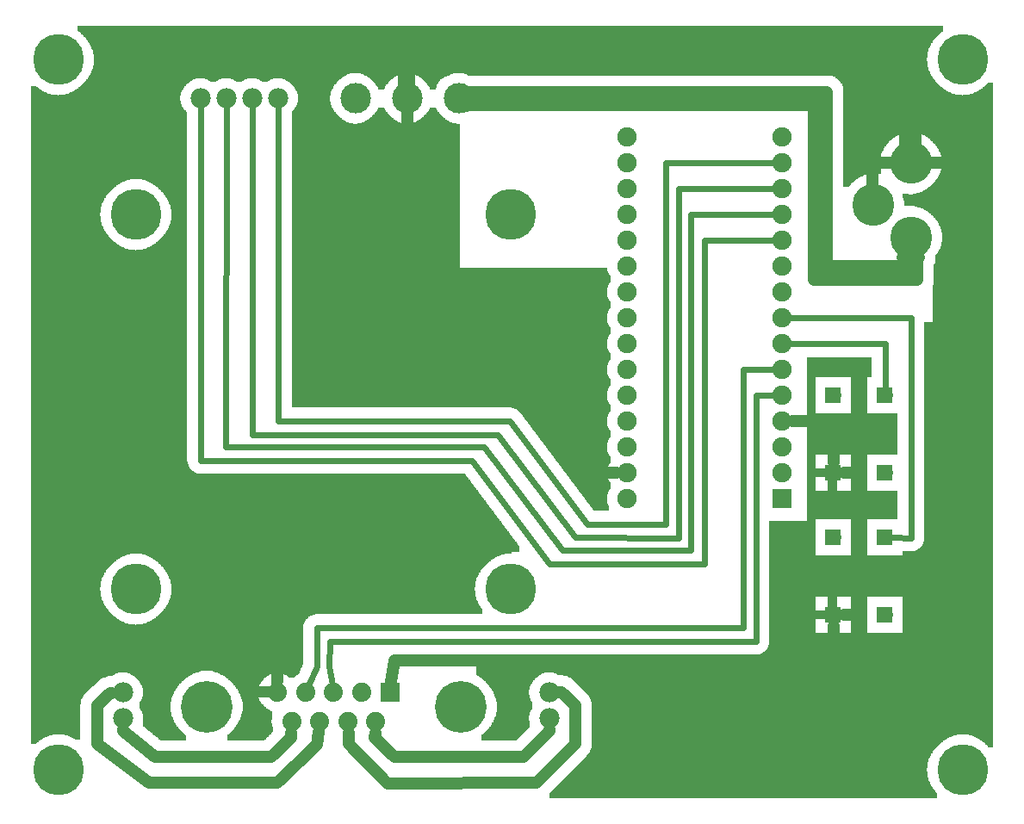
<source format=gbl>
G04 MADE WITH FRITZING*
G04 WWW.FRITZING.ORG*
G04 DOUBLE SIDED*
G04 HOLES PLATED*
G04 CONTOUR ON CENTER OF CONTOUR VECTOR*
%ASAXBY*%
%FSLAX23Y23*%
%MOIN*%
%OFA0B0*%
%SFA1.0B1.0*%
%ADD10C,0.075000*%
%ADD11C,0.196850*%
%ADD12C,0.118110*%
%ADD13C,0.078000*%
%ADD14C,0.162000*%
%ADD15C,0.059370*%
%ADD16C,0.074000*%
%ADD17C,0.200000*%
%ADD18R,0.075000X0.075000*%
%ADD19C,0.048000*%
%ADD20C,0.024000*%
%ADD21R,0.001000X0.001000*%
%LNCOPPER0*%
G90*
G70*
G54D10*
X342Y2958D03*
X2947Y1199D03*
X2347Y1199D03*
X2947Y1299D03*
X2347Y1299D03*
X2947Y1399D03*
X2347Y1399D03*
X2947Y1499D03*
X2347Y1499D03*
X2947Y1599D03*
X2347Y1599D03*
X2947Y1699D03*
X2347Y1699D03*
X2947Y1799D03*
X2347Y1799D03*
X2947Y1899D03*
X2347Y1899D03*
X2947Y1999D03*
X2347Y1999D03*
X2947Y2099D03*
X2347Y2099D03*
X2947Y2199D03*
X2347Y2199D03*
X2947Y2299D03*
X2347Y2299D03*
X2947Y2399D03*
X2347Y2399D03*
X2947Y2499D03*
X2347Y2499D03*
X2947Y2599D03*
X2347Y2599D03*
G54D11*
X447Y849D03*
X147Y2899D03*
X147Y149D03*
X3647Y2899D03*
X3647Y149D03*
X1897Y849D03*
X447Y2299D03*
X1897Y2299D03*
G54D12*
X1697Y2749D03*
X1497Y2749D03*
X1297Y2749D03*
G54D13*
X997Y2749D03*
X897Y2749D03*
X797Y2749D03*
X697Y2749D03*
G54D14*
X3448Y2211D03*
X3447Y2499D03*
X3300Y2336D03*
G54D15*
X3347Y1599D03*
X3347Y1299D03*
X3147Y1599D03*
X3147Y1299D03*
X3347Y1049D03*
X3347Y749D03*
X3147Y1049D03*
X3147Y749D03*
G54D13*
X397Y449D03*
X397Y349D03*
X2047Y449D03*
X2047Y349D03*
G54D16*
X1431Y449D03*
X1322Y449D03*
X1213Y449D03*
X1104Y449D03*
X995Y449D03*
X1376Y338D03*
X1267Y338D03*
X1159Y338D03*
X1050Y338D03*
G54D17*
X1705Y393D03*
X721Y393D03*
G54D18*
X2947Y1199D03*
G54D19*
X3095Y2748D02*
X3099Y2073D01*
D02*
X3099Y2073D02*
X3447Y2073D01*
D02*
X1727Y2720D02*
X1699Y2748D01*
D02*
X1699Y2748D02*
X3095Y2748D01*
D02*
X3447Y2073D02*
X3447Y2126D01*
D02*
X1671Y2775D02*
X3123Y2775D01*
D02*
X3123Y2775D02*
X3121Y2099D01*
D02*
X1697Y2749D02*
X1671Y2775D01*
D02*
X3121Y2099D02*
X3421Y2099D01*
D02*
X3421Y2099D02*
X3423Y2148D01*
D02*
X3423Y2148D02*
X3416Y2132D01*
D02*
X3471Y2150D02*
X3473Y2048D01*
D02*
X3473Y2048D02*
X3073Y2048D01*
D02*
X3479Y2132D02*
X3471Y2150D01*
D02*
X3073Y2048D02*
X3071Y2724D01*
D02*
X3071Y2724D02*
X1723Y2724D01*
D02*
X1723Y2724D02*
X1697Y2749D01*
D02*
X3295Y2499D02*
X3366Y2499D01*
D02*
X3297Y2417D02*
X3295Y2499D01*
G54D20*
D02*
X3347Y1799D02*
X3347Y1630D01*
D02*
X2976Y1799D02*
X3347Y1799D01*
D02*
X2847Y1599D02*
X2918Y1599D01*
D02*
X1208Y480D02*
X1195Y551D01*
D02*
X2847Y648D02*
X2847Y1599D01*
D02*
X1195Y551D02*
X1199Y648D01*
D02*
X1199Y648D02*
X2847Y648D01*
D02*
X2799Y1699D02*
X2918Y1699D01*
D02*
X2799Y699D02*
X2799Y1699D01*
D02*
X1116Y478D02*
X1147Y551D01*
D02*
X1147Y699D02*
X2799Y699D01*
D02*
X1147Y551D02*
X1147Y699D01*
D02*
X2547Y2399D02*
X2547Y1048D01*
D02*
X899Y1448D02*
X897Y2719D01*
D02*
X1847Y1448D02*
X899Y1448D01*
D02*
X2547Y1048D02*
X2147Y1051D01*
D02*
X2147Y1051D02*
X1847Y1448D01*
D02*
X2918Y2399D02*
X2547Y2399D01*
D02*
X3447Y1899D02*
X2976Y1899D01*
D02*
X3378Y1049D02*
X3447Y1048D01*
D02*
X3447Y1048D02*
X3447Y1899D01*
D02*
X2499Y2499D02*
X2499Y1099D01*
D02*
X999Y1499D02*
X997Y2719D01*
D02*
X1895Y1499D02*
X999Y1499D01*
D02*
X2195Y1099D02*
X1895Y1499D01*
D02*
X2499Y1099D02*
X2195Y1099D01*
D02*
X2918Y2499D02*
X2499Y2499D01*
D02*
X2595Y2299D02*
X2595Y999D01*
D02*
X795Y1399D02*
X797Y2719D01*
D02*
X1795Y1399D02*
X795Y1399D01*
D02*
X2099Y999D02*
X1795Y1399D01*
D02*
X2595Y999D02*
X2099Y999D01*
D02*
X2918Y2299D02*
X2595Y2299D01*
D02*
X2647Y2199D02*
X2647Y948D01*
D02*
X699Y1348D02*
X697Y2719D01*
D02*
X1747Y1348D02*
X699Y1348D01*
D02*
X2047Y948D02*
X1747Y1348D01*
D02*
X2647Y948D02*
X2047Y948D01*
D02*
X2918Y2199D02*
X2647Y2199D01*
G54D19*
D02*
X1947Y1599D02*
X2195Y1299D01*
D02*
X2195Y1299D02*
X2307Y1299D01*
D02*
X1499Y1599D02*
X1947Y1599D01*
D02*
X1497Y2707D02*
X1499Y1599D01*
D02*
X3147Y1499D02*
X2987Y1499D01*
D02*
X3147Y1341D02*
X3147Y1499D01*
D02*
X3247Y751D02*
X3189Y750D01*
D02*
X3247Y1299D02*
X3247Y751D01*
D02*
X3189Y1299D02*
X3247Y1299D01*
D02*
X3699Y2499D02*
X3528Y2499D01*
D02*
X3247Y851D02*
X3695Y851D01*
D02*
X3695Y851D02*
X3699Y2499D01*
D02*
X3247Y751D02*
X3247Y851D01*
D02*
X1447Y573D02*
X3147Y573D01*
D02*
X3147Y573D02*
X3147Y707D01*
D02*
X1436Y491D02*
X1447Y573D01*
D02*
X1497Y2949D02*
X342Y2958D01*
D02*
X1497Y2791D02*
X1497Y2949D01*
D02*
X997Y1199D02*
X147Y1199D01*
D02*
X997Y649D02*
X997Y1199D01*
D02*
X147Y1199D02*
X147Y2549D01*
D02*
X147Y2549D02*
X347Y2549D01*
D02*
X347Y2549D02*
X342Y2958D01*
D02*
X995Y492D02*
X997Y649D01*
D02*
X397Y299D02*
X521Y199D01*
D02*
X521Y199D02*
X970Y201D01*
D02*
X397Y308D02*
X397Y299D01*
D02*
X970Y201D02*
X1047Y273D01*
D02*
X1047Y273D02*
X1048Y295D01*
D02*
X499Y99D02*
X297Y249D01*
D02*
X297Y249D02*
X297Y399D01*
D02*
X996Y99D02*
X499Y99D01*
D02*
X297Y399D02*
X347Y448D01*
D02*
X1148Y248D02*
X996Y99D01*
D02*
X347Y448D02*
X356Y448D01*
D02*
X1154Y296D02*
X1148Y248D01*
D02*
X1997Y99D02*
X1421Y98D01*
D02*
X1421Y98D02*
X1273Y249D01*
D02*
X2147Y249D02*
X1997Y99D01*
D02*
X1273Y249D02*
X1270Y295D01*
D02*
X2147Y399D02*
X2147Y249D01*
D02*
X2095Y451D02*
X2147Y399D01*
D02*
X2088Y451D02*
X2095Y451D01*
D02*
X1447Y200D02*
X1372Y273D01*
D02*
X1372Y273D02*
X1374Y295D01*
D02*
X1947Y199D02*
X1447Y200D01*
D02*
X2047Y299D02*
X1947Y199D01*
D02*
X2047Y308D02*
X2047Y299D01*
G36*
X222Y3030D02*
X222Y3010D01*
X224Y3010D01*
X224Y3008D01*
X228Y3008D01*
X228Y3006D01*
X230Y3006D01*
X230Y3004D01*
X232Y3004D01*
X232Y3002D01*
X234Y3002D01*
X234Y3000D01*
X236Y3000D01*
X236Y2998D01*
X238Y2998D01*
X238Y2996D01*
X240Y2996D01*
X240Y2994D01*
X242Y2994D01*
X242Y2992D01*
X244Y2992D01*
X244Y2990D01*
X246Y2990D01*
X246Y2988D01*
X248Y2988D01*
X248Y2986D01*
X250Y2986D01*
X250Y2984D01*
X252Y2984D01*
X252Y2982D01*
X254Y2982D01*
X254Y2980D01*
X256Y2980D01*
X256Y2976D01*
X258Y2976D01*
X258Y2974D01*
X260Y2974D01*
X260Y2970D01*
X262Y2970D01*
X262Y2968D01*
X264Y2968D01*
X264Y2964D01*
X266Y2964D01*
X266Y2962D01*
X268Y2962D01*
X268Y2958D01*
X270Y2958D01*
X270Y2954D01*
X272Y2954D01*
X272Y2950D01*
X274Y2950D01*
X274Y2946D01*
X276Y2946D01*
X276Y2940D01*
X278Y2940D01*
X278Y2936D01*
X280Y2936D01*
X280Y2928D01*
X282Y2928D01*
X282Y2920D01*
X284Y2920D01*
X284Y2906D01*
X286Y2906D01*
X286Y2894D01*
X284Y2894D01*
X284Y2878D01*
X282Y2878D01*
X282Y2870D01*
X280Y2870D01*
X280Y2864D01*
X278Y2864D01*
X278Y2858D01*
X276Y2858D01*
X276Y2854D01*
X274Y2854D01*
X274Y2848D01*
X1710Y2848D01*
X1710Y2846D01*
X1718Y2846D01*
X1718Y2844D01*
X1724Y2844D01*
X1724Y2842D01*
X1728Y2842D01*
X1728Y2840D01*
X1732Y2840D01*
X1732Y2838D01*
X3138Y2838D01*
X3138Y2836D01*
X3144Y2836D01*
X3144Y2834D01*
X3150Y2834D01*
X3150Y2832D01*
X3154Y2832D01*
X3154Y2830D01*
X3156Y2830D01*
X3156Y2828D01*
X3160Y2828D01*
X3160Y2826D01*
X3162Y2826D01*
X3162Y2824D01*
X3164Y2824D01*
X3164Y2822D01*
X3166Y2822D01*
X3166Y2820D01*
X3168Y2820D01*
X3168Y2818D01*
X3170Y2818D01*
X3170Y2816D01*
X3172Y2816D01*
X3172Y2814D01*
X3174Y2814D01*
X3174Y2812D01*
X3176Y2812D01*
X3176Y2808D01*
X3178Y2808D01*
X3178Y2806D01*
X3180Y2806D01*
X3180Y2800D01*
X3182Y2800D01*
X3182Y2796D01*
X3184Y2796D01*
X3184Y2788D01*
X3186Y2788D01*
X3186Y2760D01*
X3646Y2760D01*
X3646Y2762D01*
X3628Y2762D01*
X3628Y2764D01*
X3618Y2764D01*
X3618Y2766D01*
X3612Y2766D01*
X3612Y2768D01*
X3606Y2768D01*
X3606Y2770D01*
X3602Y2770D01*
X3602Y2772D01*
X3596Y2772D01*
X3596Y2774D01*
X3592Y2774D01*
X3592Y2776D01*
X3590Y2776D01*
X3590Y2778D01*
X3586Y2778D01*
X3586Y2780D01*
X3582Y2780D01*
X3582Y2782D01*
X3578Y2782D01*
X3578Y2784D01*
X3576Y2784D01*
X3576Y2786D01*
X3572Y2786D01*
X3572Y2788D01*
X3570Y2788D01*
X3570Y2790D01*
X3568Y2790D01*
X3568Y2792D01*
X3566Y2792D01*
X3566Y2794D01*
X3562Y2794D01*
X3562Y2796D01*
X3560Y2796D01*
X3560Y2798D01*
X3558Y2798D01*
X3558Y2800D01*
X3556Y2800D01*
X3556Y2802D01*
X3554Y2802D01*
X3554Y2804D01*
X3552Y2804D01*
X3552Y2806D01*
X3550Y2806D01*
X3550Y2808D01*
X3548Y2808D01*
X3548Y2810D01*
X3546Y2810D01*
X3546Y2812D01*
X3544Y2812D01*
X3544Y2814D01*
X3542Y2814D01*
X3542Y2818D01*
X3540Y2818D01*
X3540Y2820D01*
X3538Y2820D01*
X3538Y2822D01*
X3536Y2822D01*
X3536Y2824D01*
X3534Y2824D01*
X3534Y2828D01*
X3532Y2828D01*
X3532Y2830D01*
X3530Y2830D01*
X3530Y2834D01*
X3528Y2834D01*
X3528Y2836D01*
X3526Y2836D01*
X3526Y2840D01*
X3524Y2840D01*
X3524Y2844D01*
X3522Y2844D01*
X3522Y2848D01*
X3520Y2848D01*
X3520Y2852D01*
X3518Y2852D01*
X3518Y2858D01*
X3516Y2858D01*
X3516Y2862D01*
X3514Y2862D01*
X3514Y2870D01*
X3512Y2870D01*
X3512Y2878D01*
X3510Y2878D01*
X3510Y2892D01*
X3508Y2892D01*
X3508Y2908D01*
X3510Y2908D01*
X3510Y2922D01*
X3512Y2922D01*
X3512Y2930D01*
X3514Y2930D01*
X3514Y2936D01*
X3516Y2936D01*
X3516Y2942D01*
X3518Y2942D01*
X3518Y2946D01*
X3520Y2946D01*
X3520Y2950D01*
X3522Y2950D01*
X3522Y2954D01*
X3524Y2954D01*
X3524Y2958D01*
X3526Y2958D01*
X3526Y2962D01*
X3528Y2962D01*
X3528Y2964D01*
X3530Y2964D01*
X3530Y2968D01*
X3532Y2968D01*
X3532Y2972D01*
X3534Y2972D01*
X3534Y2974D01*
X3536Y2974D01*
X3536Y2976D01*
X3538Y2976D01*
X3538Y2980D01*
X3540Y2980D01*
X3540Y2982D01*
X3542Y2982D01*
X3542Y2984D01*
X3544Y2984D01*
X3544Y2986D01*
X3546Y2986D01*
X3546Y2988D01*
X3548Y2988D01*
X3548Y2990D01*
X3550Y2990D01*
X3550Y2992D01*
X3552Y2992D01*
X3552Y2994D01*
X3554Y2994D01*
X3554Y2996D01*
X3556Y2996D01*
X3556Y2998D01*
X3558Y2998D01*
X3558Y3000D01*
X3560Y3000D01*
X3560Y3002D01*
X3562Y3002D01*
X3562Y3004D01*
X3564Y3004D01*
X3564Y3006D01*
X3566Y3006D01*
X3566Y3008D01*
X3570Y3008D01*
X3570Y3010D01*
X3572Y3010D01*
X3572Y3030D01*
X222Y3030D01*
G37*
D02*
G36*
X272Y2848D02*
X272Y2844D01*
X270Y2844D01*
X270Y2840D01*
X268Y2840D01*
X268Y2838D01*
X266Y2838D01*
X266Y2834D01*
X264Y2834D01*
X264Y2830D01*
X262Y2830D01*
X262Y2828D01*
X1008Y2828D01*
X1008Y2826D01*
X1016Y2826D01*
X1016Y2824D01*
X1020Y2824D01*
X1020Y2822D01*
X1026Y2822D01*
X1026Y2820D01*
X1028Y2820D01*
X1028Y2818D01*
X1032Y2818D01*
X1032Y2816D01*
X1036Y2816D01*
X1036Y2814D01*
X1038Y2814D01*
X1038Y2812D01*
X1040Y2812D01*
X1040Y2810D01*
X1044Y2810D01*
X1044Y2808D01*
X1046Y2808D01*
X1046Y2806D01*
X1048Y2806D01*
X1048Y2804D01*
X1050Y2804D01*
X1050Y2802D01*
X1052Y2802D01*
X1052Y2800D01*
X1054Y2800D01*
X1054Y2798D01*
X1056Y2798D01*
X1056Y2796D01*
X1058Y2796D01*
X1058Y2792D01*
X1060Y2792D01*
X1060Y2790D01*
X1062Y2790D01*
X1062Y2788D01*
X1064Y2788D01*
X1064Y2784D01*
X1066Y2784D01*
X1066Y2780D01*
X1068Y2780D01*
X1068Y2776D01*
X1070Y2776D01*
X1070Y2772D01*
X1072Y2772D01*
X1072Y2766D01*
X1074Y2766D01*
X1074Y2758D01*
X1076Y2758D01*
X1076Y2740D01*
X1074Y2740D01*
X1074Y2732D01*
X1072Y2732D01*
X1072Y2726D01*
X1070Y2726D01*
X1070Y2722D01*
X1068Y2722D01*
X1068Y2718D01*
X1066Y2718D01*
X1066Y2714D01*
X1064Y2714D01*
X1064Y2712D01*
X1062Y2712D01*
X1062Y2708D01*
X1060Y2708D01*
X1060Y2706D01*
X1058Y2706D01*
X1058Y2704D01*
X1056Y2704D01*
X1056Y2702D01*
X1054Y2702D01*
X1054Y2700D01*
X1052Y2700D01*
X1052Y2696D01*
X1050Y2696D01*
X1050Y2650D01*
X1288Y2650D01*
X1288Y2652D01*
X1278Y2652D01*
X1278Y2654D01*
X1272Y2654D01*
X1272Y2656D01*
X1268Y2656D01*
X1268Y2658D01*
X1262Y2658D01*
X1262Y2660D01*
X1258Y2660D01*
X1258Y2662D01*
X1256Y2662D01*
X1256Y2664D01*
X1252Y2664D01*
X1252Y2666D01*
X1248Y2666D01*
X1248Y2668D01*
X1246Y2668D01*
X1246Y2670D01*
X1244Y2670D01*
X1244Y2672D01*
X1240Y2672D01*
X1240Y2674D01*
X1238Y2674D01*
X1238Y2676D01*
X1236Y2676D01*
X1236Y2678D01*
X1234Y2678D01*
X1234Y2680D01*
X1232Y2680D01*
X1232Y2682D01*
X1230Y2682D01*
X1230Y2684D01*
X1228Y2684D01*
X1228Y2686D01*
X1226Y2686D01*
X1226Y2688D01*
X1224Y2688D01*
X1224Y2690D01*
X1222Y2690D01*
X1222Y2692D01*
X1220Y2692D01*
X1220Y2696D01*
X1218Y2696D01*
X1218Y2698D01*
X1216Y2698D01*
X1216Y2700D01*
X1214Y2700D01*
X1214Y2704D01*
X1212Y2704D01*
X1212Y2706D01*
X1210Y2706D01*
X1210Y2710D01*
X1208Y2710D01*
X1208Y2714D01*
X1206Y2714D01*
X1206Y2718D01*
X1204Y2718D01*
X1204Y2724D01*
X1202Y2724D01*
X1202Y2730D01*
X1200Y2730D01*
X1200Y2738D01*
X1198Y2738D01*
X1198Y2760D01*
X1200Y2760D01*
X1200Y2770D01*
X1202Y2770D01*
X1202Y2776D01*
X1204Y2776D01*
X1204Y2780D01*
X1206Y2780D01*
X1206Y2784D01*
X1208Y2784D01*
X1208Y2788D01*
X1210Y2788D01*
X1210Y2792D01*
X1212Y2792D01*
X1212Y2796D01*
X1214Y2796D01*
X1214Y2798D01*
X1216Y2798D01*
X1216Y2802D01*
X1218Y2802D01*
X1218Y2804D01*
X1220Y2804D01*
X1220Y2806D01*
X1222Y2806D01*
X1222Y2808D01*
X1224Y2808D01*
X1224Y2810D01*
X1226Y2810D01*
X1226Y2814D01*
X1228Y2814D01*
X1228Y2816D01*
X1230Y2816D01*
X1230Y2818D01*
X1232Y2818D01*
X1232Y2820D01*
X1236Y2820D01*
X1236Y2822D01*
X1238Y2822D01*
X1238Y2824D01*
X1240Y2824D01*
X1240Y2826D01*
X1242Y2826D01*
X1242Y2828D01*
X1244Y2828D01*
X1244Y2830D01*
X1248Y2830D01*
X1248Y2832D01*
X1250Y2832D01*
X1250Y2834D01*
X1254Y2834D01*
X1254Y2836D01*
X1258Y2836D01*
X1258Y2838D01*
X1260Y2838D01*
X1260Y2840D01*
X1266Y2840D01*
X1266Y2842D01*
X1270Y2842D01*
X1270Y2844D01*
X1276Y2844D01*
X1276Y2846D01*
X1284Y2846D01*
X1284Y2848D01*
X272Y2848D01*
G37*
D02*
G36*
X1310Y2848D02*
X1310Y2846D01*
X1318Y2846D01*
X1318Y2844D01*
X1324Y2844D01*
X1324Y2842D01*
X1328Y2842D01*
X1328Y2840D01*
X1332Y2840D01*
X1332Y2838D01*
X1336Y2838D01*
X1336Y2836D01*
X1340Y2836D01*
X1340Y2834D01*
X1344Y2834D01*
X1344Y2832D01*
X1346Y2832D01*
X1346Y2830D01*
X1350Y2830D01*
X1350Y2828D01*
X1352Y2828D01*
X1352Y2826D01*
X1354Y2826D01*
X1354Y2824D01*
X1356Y2824D01*
X1356Y2822D01*
X1358Y2822D01*
X1358Y2820D01*
X1362Y2820D01*
X1362Y2818D01*
X1364Y2818D01*
X1364Y2816D01*
X1366Y2816D01*
X1366Y2812D01*
X1368Y2812D01*
X1368Y2810D01*
X1370Y2810D01*
X1370Y2808D01*
X1372Y2808D01*
X1372Y2806D01*
X1374Y2806D01*
X1374Y2804D01*
X1376Y2804D01*
X1376Y2800D01*
X1378Y2800D01*
X1378Y2798D01*
X1380Y2798D01*
X1380Y2796D01*
X1382Y2796D01*
X1382Y2792D01*
X1384Y2792D01*
X1384Y2788D01*
X1386Y2788D01*
X1386Y2784D01*
X1408Y2784D01*
X1408Y2788D01*
X1410Y2788D01*
X1410Y2792D01*
X1412Y2792D01*
X1412Y2796D01*
X1414Y2796D01*
X1414Y2798D01*
X1416Y2798D01*
X1416Y2802D01*
X1418Y2802D01*
X1418Y2804D01*
X1420Y2804D01*
X1420Y2806D01*
X1422Y2806D01*
X1422Y2808D01*
X1424Y2808D01*
X1424Y2810D01*
X1426Y2810D01*
X1426Y2814D01*
X1428Y2814D01*
X1428Y2816D01*
X1430Y2816D01*
X1430Y2818D01*
X1432Y2818D01*
X1432Y2820D01*
X1436Y2820D01*
X1436Y2822D01*
X1438Y2822D01*
X1438Y2824D01*
X1440Y2824D01*
X1440Y2826D01*
X1442Y2826D01*
X1442Y2828D01*
X1444Y2828D01*
X1444Y2830D01*
X1448Y2830D01*
X1448Y2832D01*
X1450Y2832D01*
X1450Y2834D01*
X1454Y2834D01*
X1454Y2836D01*
X1458Y2836D01*
X1458Y2838D01*
X1460Y2838D01*
X1460Y2840D01*
X1466Y2840D01*
X1466Y2842D01*
X1470Y2842D01*
X1470Y2844D01*
X1476Y2844D01*
X1476Y2846D01*
X1484Y2846D01*
X1484Y2848D01*
X1310Y2848D01*
G37*
D02*
G36*
X1510Y2848D02*
X1510Y2846D01*
X1518Y2846D01*
X1518Y2844D01*
X1524Y2844D01*
X1524Y2842D01*
X1528Y2842D01*
X1528Y2840D01*
X1532Y2840D01*
X1532Y2838D01*
X1536Y2838D01*
X1536Y2836D01*
X1540Y2836D01*
X1540Y2834D01*
X1544Y2834D01*
X1544Y2832D01*
X1546Y2832D01*
X1546Y2830D01*
X1550Y2830D01*
X1550Y2828D01*
X1552Y2828D01*
X1552Y2826D01*
X1554Y2826D01*
X1554Y2824D01*
X1556Y2824D01*
X1556Y2822D01*
X1558Y2822D01*
X1558Y2820D01*
X1562Y2820D01*
X1562Y2818D01*
X1564Y2818D01*
X1564Y2816D01*
X1566Y2816D01*
X1566Y2812D01*
X1568Y2812D01*
X1568Y2810D01*
X1570Y2810D01*
X1570Y2808D01*
X1572Y2808D01*
X1572Y2806D01*
X1574Y2806D01*
X1574Y2804D01*
X1576Y2804D01*
X1576Y2800D01*
X1578Y2800D01*
X1578Y2798D01*
X1580Y2798D01*
X1580Y2796D01*
X1582Y2796D01*
X1582Y2792D01*
X1584Y2792D01*
X1584Y2788D01*
X1586Y2788D01*
X1586Y2784D01*
X1608Y2784D01*
X1608Y2790D01*
X1610Y2790D01*
X1610Y2796D01*
X1612Y2796D01*
X1612Y2802D01*
X1614Y2802D01*
X1614Y2806D01*
X1616Y2806D01*
X1616Y2808D01*
X1618Y2808D01*
X1618Y2812D01*
X1620Y2812D01*
X1620Y2814D01*
X1622Y2814D01*
X1622Y2816D01*
X1624Y2816D01*
X1624Y2818D01*
X1626Y2818D01*
X1626Y2822D01*
X1630Y2822D01*
X1630Y2824D01*
X1632Y2824D01*
X1632Y2826D01*
X1634Y2826D01*
X1634Y2828D01*
X1638Y2828D01*
X1638Y2830D01*
X1640Y2830D01*
X1640Y2832D01*
X1644Y2832D01*
X1644Y2834D01*
X1650Y2834D01*
X1650Y2836D01*
X1656Y2836D01*
X1656Y2838D01*
X1660Y2838D01*
X1660Y2840D01*
X1666Y2840D01*
X1666Y2842D01*
X1670Y2842D01*
X1670Y2844D01*
X1676Y2844D01*
X1676Y2846D01*
X1684Y2846D01*
X1684Y2848D01*
X1510Y2848D01*
G37*
D02*
G36*
X260Y2828D02*
X260Y2824D01*
X258Y2824D01*
X258Y2822D01*
X256Y2822D01*
X256Y2820D01*
X254Y2820D01*
X254Y2818D01*
X252Y2818D01*
X252Y2814D01*
X250Y2814D01*
X250Y2812D01*
X248Y2812D01*
X248Y2810D01*
X246Y2810D01*
X246Y2808D01*
X244Y2808D01*
X244Y2806D01*
X242Y2806D01*
X242Y2804D01*
X240Y2804D01*
X240Y2802D01*
X238Y2802D01*
X238Y2800D01*
X236Y2800D01*
X236Y2798D01*
X234Y2798D01*
X234Y2796D01*
X232Y2796D01*
X232Y2794D01*
X228Y2794D01*
X228Y2792D01*
X226Y2792D01*
X226Y2790D01*
X224Y2790D01*
X224Y2788D01*
X220Y2788D01*
X220Y2786D01*
X218Y2786D01*
X218Y2784D01*
X214Y2784D01*
X214Y2782D01*
X212Y2782D01*
X212Y2780D01*
X208Y2780D01*
X208Y2778D01*
X204Y2778D01*
X204Y2776D01*
X202Y2776D01*
X202Y2774D01*
X198Y2774D01*
X198Y2772D01*
X192Y2772D01*
X192Y2770D01*
X188Y2770D01*
X188Y2768D01*
X182Y2768D01*
X182Y2766D01*
X176Y2766D01*
X176Y2764D01*
X166Y2764D01*
X166Y2762D01*
X148Y2762D01*
X148Y2760D01*
X620Y2760D01*
X620Y2766D01*
X622Y2766D01*
X622Y2772D01*
X624Y2772D01*
X624Y2776D01*
X626Y2776D01*
X626Y2780D01*
X628Y2780D01*
X628Y2784D01*
X630Y2784D01*
X630Y2788D01*
X632Y2788D01*
X632Y2790D01*
X634Y2790D01*
X634Y2792D01*
X636Y2792D01*
X636Y2796D01*
X638Y2796D01*
X638Y2798D01*
X640Y2798D01*
X640Y2800D01*
X642Y2800D01*
X642Y2802D01*
X644Y2802D01*
X644Y2804D01*
X646Y2804D01*
X646Y2806D01*
X648Y2806D01*
X648Y2808D01*
X650Y2808D01*
X650Y2810D01*
X654Y2810D01*
X654Y2812D01*
X656Y2812D01*
X656Y2814D01*
X658Y2814D01*
X658Y2816D01*
X662Y2816D01*
X662Y2818D01*
X666Y2818D01*
X666Y2820D01*
X668Y2820D01*
X668Y2822D01*
X674Y2822D01*
X674Y2824D01*
X678Y2824D01*
X678Y2826D01*
X686Y2826D01*
X686Y2828D01*
X260Y2828D01*
G37*
D02*
G36*
X708Y2828D02*
X708Y2826D01*
X716Y2826D01*
X716Y2824D01*
X720Y2824D01*
X720Y2822D01*
X726Y2822D01*
X726Y2820D01*
X728Y2820D01*
X728Y2818D01*
X732Y2818D01*
X732Y2816D01*
X736Y2816D01*
X736Y2814D01*
X758Y2814D01*
X758Y2816D01*
X762Y2816D01*
X762Y2818D01*
X766Y2818D01*
X766Y2820D01*
X768Y2820D01*
X768Y2822D01*
X774Y2822D01*
X774Y2824D01*
X778Y2824D01*
X778Y2826D01*
X786Y2826D01*
X786Y2828D01*
X708Y2828D01*
G37*
D02*
G36*
X808Y2828D02*
X808Y2826D01*
X816Y2826D01*
X816Y2824D01*
X820Y2824D01*
X820Y2822D01*
X826Y2822D01*
X826Y2820D01*
X828Y2820D01*
X828Y2818D01*
X832Y2818D01*
X832Y2816D01*
X836Y2816D01*
X836Y2814D01*
X858Y2814D01*
X858Y2816D01*
X862Y2816D01*
X862Y2818D01*
X866Y2818D01*
X866Y2820D01*
X868Y2820D01*
X868Y2822D01*
X874Y2822D01*
X874Y2824D01*
X878Y2824D01*
X878Y2826D01*
X886Y2826D01*
X886Y2828D01*
X808Y2828D01*
G37*
D02*
G36*
X908Y2828D02*
X908Y2826D01*
X916Y2826D01*
X916Y2824D01*
X920Y2824D01*
X920Y2822D01*
X926Y2822D01*
X926Y2820D01*
X928Y2820D01*
X928Y2818D01*
X932Y2818D01*
X932Y2816D01*
X936Y2816D01*
X936Y2814D01*
X958Y2814D01*
X958Y2816D01*
X962Y2816D01*
X962Y2818D01*
X966Y2818D01*
X966Y2820D01*
X968Y2820D01*
X968Y2822D01*
X974Y2822D01*
X974Y2824D01*
X978Y2824D01*
X978Y2826D01*
X986Y2826D01*
X986Y2828D01*
X908Y2828D01*
G37*
D02*
G36*
X3746Y2810D02*
X3746Y2808D01*
X3744Y2808D01*
X3744Y2806D01*
X3742Y2806D01*
X3742Y2804D01*
X3740Y2804D01*
X3740Y2802D01*
X3738Y2802D01*
X3738Y2800D01*
X3736Y2800D01*
X3736Y2798D01*
X3734Y2798D01*
X3734Y2796D01*
X3732Y2796D01*
X3732Y2794D01*
X3728Y2794D01*
X3728Y2792D01*
X3726Y2792D01*
X3726Y2790D01*
X3724Y2790D01*
X3724Y2788D01*
X3720Y2788D01*
X3720Y2786D01*
X3718Y2786D01*
X3718Y2784D01*
X3714Y2784D01*
X3714Y2782D01*
X3712Y2782D01*
X3712Y2780D01*
X3708Y2780D01*
X3708Y2778D01*
X3704Y2778D01*
X3704Y2776D01*
X3702Y2776D01*
X3702Y2774D01*
X3698Y2774D01*
X3698Y2772D01*
X3692Y2772D01*
X3692Y2770D01*
X3688Y2770D01*
X3688Y2768D01*
X3682Y2768D01*
X3682Y2766D01*
X3676Y2766D01*
X3676Y2764D01*
X3666Y2764D01*
X3666Y2762D01*
X3648Y2762D01*
X3648Y2760D01*
X3766Y2760D01*
X3766Y2810D01*
X3746Y2810D01*
G37*
D02*
G36*
X40Y2798D02*
X40Y2760D01*
X146Y2760D01*
X146Y2762D01*
X128Y2762D01*
X128Y2764D01*
X118Y2764D01*
X118Y2766D01*
X112Y2766D01*
X112Y2768D01*
X106Y2768D01*
X106Y2770D01*
X102Y2770D01*
X102Y2772D01*
X96Y2772D01*
X96Y2774D01*
X92Y2774D01*
X92Y2776D01*
X90Y2776D01*
X90Y2778D01*
X86Y2778D01*
X86Y2780D01*
X82Y2780D01*
X82Y2782D01*
X78Y2782D01*
X78Y2784D01*
X76Y2784D01*
X76Y2786D01*
X72Y2786D01*
X72Y2788D01*
X70Y2788D01*
X70Y2790D01*
X68Y2790D01*
X68Y2792D01*
X66Y2792D01*
X66Y2794D01*
X62Y2794D01*
X62Y2796D01*
X60Y2796D01*
X60Y2798D01*
X40Y2798D01*
G37*
D02*
G36*
X40Y2760D02*
X40Y2758D01*
X618Y2758D01*
X618Y2760D01*
X40Y2760D01*
G37*
D02*
G36*
X40Y2760D02*
X40Y2758D01*
X618Y2758D01*
X618Y2760D01*
X40Y2760D01*
G37*
D02*
G36*
X3186Y2760D02*
X3186Y2758D01*
X3766Y2758D01*
X3766Y2760D01*
X3186Y2760D01*
G37*
D02*
G36*
X3186Y2760D02*
X3186Y2758D01*
X3766Y2758D01*
X3766Y2760D01*
X3186Y2760D01*
G37*
D02*
G36*
X40Y2758D02*
X40Y2438D01*
X460Y2438D01*
X460Y2436D01*
X470Y2436D01*
X470Y2434D01*
X478Y2434D01*
X478Y2432D01*
X484Y2432D01*
X484Y2430D01*
X490Y2430D01*
X490Y2428D01*
X494Y2428D01*
X494Y2426D01*
X498Y2426D01*
X498Y2424D01*
X502Y2424D01*
X502Y2422D01*
X506Y2422D01*
X506Y2420D01*
X510Y2420D01*
X510Y2418D01*
X514Y2418D01*
X514Y2416D01*
X516Y2416D01*
X516Y2414D01*
X520Y2414D01*
X520Y2412D01*
X522Y2412D01*
X522Y2410D01*
X524Y2410D01*
X524Y2408D01*
X528Y2408D01*
X528Y2406D01*
X530Y2406D01*
X530Y2404D01*
X532Y2404D01*
X532Y2402D01*
X534Y2402D01*
X534Y2400D01*
X536Y2400D01*
X536Y2398D01*
X538Y2398D01*
X538Y2396D01*
X540Y2396D01*
X540Y2394D01*
X542Y2394D01*
X542Y2392D01*
X544Y2392D01*
X544Y2390D01*
X546Y2390D01*
X546Y2388D01*
X548Y2388D01*
X548Y2386D01*
X550Y2386D01*
X550Y2384D01*
X552Y2384D01*
X552Y2382D01*
X554Y2382D01*
X554Y2380D01*
X556Y2380D01*
X556Y2376D01*
X558Y2376D01*
X558Y2374D01*
X560Y2374D01*
X560Y2370D01*
X562Y2370D01*
X562Y2368D01*
X564Y2368D01*
X564Y2364D01*
X566Y2364D01*
X566Y2362D01*
X568Y2362D01*
X568Y2358D01*
X570Y2358D01*
X570Y2354D01*
X572Y2354D01*
X572Y2350D01*
X574Y2350D01*
X574Y2346D01*
X576Y2346D01*
X576Y2340D01*
X578Y2340D01*
X578Y2336D01*
X580Y2336D01*
X580Y2328D01*
X582Y2328D01*
X582Y2320D01*
X584Y2320D01*
X584Y2306D01*
X586Y2306D01*
X586Y2294D01*
X584Y2294D01*
X584Y2278D01*
X582Y2278D01*
X582Y2270D01*
X580Y2270D01*
X580Y2264D01*
X578Y2264D01*
X578Y2258D01*
X576Y2258D01*
X576Y2252D01*
X574Y2252D01*
X574Y2248D01*
X572Y2248D01*
X572Y2244D01*
X570Y2244D01*
X570Y2240D01*
X568Y2240D01*
X568Y2238D01*
X566Y2238D01*
X566Y2234D01*
X564Y2234D01*
X564Y2230D01*
X562Y2230D01*
X562Y2228D01*
X560Y2228D01*
X560Y2224D01*
X558Y2224D01*
X558Y2222D01*
X556Y2222D01*
X556Y2220D01*
X554Y2220D01*
X554Y2218D01*
X552Y2218D01*
X552Y2214D01*
X550Y2214D01*
X550Y2212D01*
X548Y2212D01*
X548Y2210D01*
X546Y2210D01*
X546Y2208D01*
X544Y2208D01*
X544Y2206D01*
X542Y2206D01*
X542Y2204D01*
X540Y2204D01*
X540Y2202D01*
X538Y2202D01*
X538Y2200D01*
X536Y2200D01*
X536Y2198D01*
X534Y2198D01*
X534Y2196D01*
X532Y2196D01*
X532Y2194D01*
X528Y2194D01*
X528Y2192D01*
X526Y2192D01*
X526Y2190D01*
X524Y2190D01*
X524Y2188D01*
X520Y2188D01*
X520Y2186D01*
X518Y2186D01*
X518Y2184D01*
X514Y2184D01*
X514Y2182D01*
X512Y2182D01*
X512Y2180D01*
X508Y2180D01*
X508Y2178D01*
X504Y2178D01*
X504Y2176D01*
X502Y2176D01*
X502Y2174D01*
X498Y2174D01*
X498Y2172D01*
X492Y2172D01*
X492Y2170D01*
X488Y2170D01*
X488Y2168D01*
X482Y2168D01*
X482Y2166D01*
X476Y2166D01*
X476Y2164D01*
X466Y2164D01*
X466Y2162D01*
X448Y2162D01*
X448Y2160D01*
X646Y2160D01*
X646Y2688D01*
X644Y2688D01*
X644Y2696D01*
X642Y2696D01*
X642Y2698D01*
X640Y2698D01*
X640Y2702D01*
X638Y2702D01*
X638Y2704D01*
X636Y2704D01*
X636Y2706D01*
X634Y2706D01*
X634Y2708D01*
X632Y2708D01*
X632Y2712D01*
X630Y2712D01*
X630Y2714D01*
X628Y2714D01*
X628Y2718D01*
X626Y2718D01*
X626Y2722D01*
X624Y2722D01*
X624Y2726D01*
X622Y2726D01*
X622Y2732D01*
X620Y2732D01*
X620Y2740D01*
X618Y2740D01*
X618Y2758D01*
X40Y2758D01*
G37*
D02*
G36*
X3186Y2758D02*
X3186Y2620D01*
X3462Y2620D01*
X3462Y2618D01*
X3472Y2618D01*
X3472Y2616D01*
X3478Y2616D01*
X3478Y2614D01*
X3484Y2614D01*
X3484Y2612D01*
X3488Y2612D01*
X3488Y2610D01*
X3492Y2610D01*
X3492Y2608D01*
X3496Y2608D01*
X3496Y2606D01*
X3500Y2606D01*
X3500Y2604D01*
X3504Y2604D01*
X3504Y2602D01*
X3506Y2602D01*
X3506Y2600D01*
X3510Y2600D01*
X3510Y2598D01*
X3512Y2598D01*
X3512Y2596D01*
X3516Y2596D01*
X3516Y2594D01*
X3518Y2594D01*
X3518Y2592D01*
X3520Y2592D01*
X3520Y2590D01*
X3522Y2590D01*
X3522Y2588D01*
X3524Y2588D01*
X3524Y2586D01*
X3526Y2586D01*
X3526Y2584D01*
X3530Y2584D01*
X3530Y2582D01*
X3532Y2582D01*
X3532Y2578D01*
X3534Y2578D01*
X3534Y2576D01*
X3536Y2576D01*
X3536Y2574D01*
X3538Y2574D01*
X3538Y2572D01*
X3540Y2572D01*
X3540Y2570D01*
X3542Y2570D01*
X3542Y2568D01*
X3544Y2568D01*
X3544Y2564D01*
X3546Y2564D01*
X3546Y2562D01*
X3548Y2562D01*
X3548Y2558D01*
X3550Y2558D01*
X3550Y2556D01*
X3552Y2556D01*
X3552Y2552D01*
X3554Y2552D01*
X3554Y2548D01*
X3556Y2548D01*
X3556Y2544D01*
X3558Y2544D01*
X3558Y2540D01*
X3560Y2540D01*
X3560Y2534D01*
X3562Y2534D01*
X3562Y2530D01*
X3564Y2530D01*
X3564Y2522D01*
X3566Y2522D01*
X3566Y2512D01*
X3568Y2512D01*
X3568Y2486D01*
X3566Y2486D01*
X3566Y2476D01*
X3564Y2476D01*
X3564Y2470D01*
X3562Y2470D01*
X3562Y2464D01*
X3560Y2464D01*
X3560Y2460D01*
X3558Y2460D01*
X3558Y2454D01*
X3556Y2454D01*
X3556Y2450D01*
X3554Y2450D01*
X3554Y2446D01*
X3552Y2446D01*
X3552Y2444D01*
X3550Y2444D01*
X3550Y2440D01*
X3548Y2440D01*
X3548Y2438D01*
X3546Y2438D01*
X3546Y2434D01*
X3544Y2434D01*
X3544Y2432D01*
X3542Y2432D01*
X3542Y2430D01*
X3540Y2430D01*
X3540Y2426D01*
X3538Y2426D01*
X3538Y2424D01*
X3536Y2424D01*
X3536Y2422D01*
X3534Y2422D01*
X3534Y2420D01*
X3532Y2420D01*
X3532Y2418D01*
X3530Y2418D01*
X3530Y2416D01*
X3528Y2416D01*
X3528Y2414D01*
X3526Y2414D01*
X3526Y2412D01*
X3524Y2412D01*
X3524Y2410D01*
X3522Y2410D01*
X3522Y2408D01*
X3520Y2408D01*
X3520Y2406D01*
X3516Y2406D01*
X3516Y2404D01*
X3514Y2404D01*
X3514Y2402D01*
X3512Y2402D01*
X3512Y2400D01*
X3508Y2400D01*
X3508Y2398D01*
X3506Y2398D01*
X3506Y2396D01*
X3502Y2396D01*
X3502Y2394D01*
X3498Y2394D01*
X3498Y2392D01*
X3496Y2392D01*
X3496Y2390D01*
X3492Y2390D01*
X3492Y2388D01*
X3486Y2388D01*
X3486Y2386D01*
X3482Y2386D01*
X3482Y2384D01*
X3476Y2384D01*
X3476Y2382D01*
X3468Y2382D01*
X3468Y2380D01*
X3456Y2380D01*
X3456Y2378D01*
X3766Y2378D01*
X3766Y2758D01*
X3186Y2758D01*
G37*
D02*
G36*
X1386Y2714D02*
X1386Y2710D01*
X1384Y2710D01*
X1384Y2706D01*
X1382Y2706D01*
X1382Y2704D01*
X1380Y2704D01*
X1380Y2700D01*
X1378Y2700D01*
X1378Y2698D01*
X1376Y2698D01*
X1376Y2696D01*
X1374Y2696D01*
X1374Y2692D01*
X1372Y2692D01*
X1372Y2690D01*
X1370Y2690D01*
X1370Y2688D01*
X1368Y2688D01*
X1368Y2686D01*
X1366Y2686D01*
X1366Y2684D01*
X1364Y2684D01*
X1364Y2682D01*
X1362Y2682D01*
X1362Y2680D01*
X1360Y2680D01*
X1360Y2678D01*
X1358Y2678D01*
X1358Y2676D01*
X1356Y2676D01*
X1356Y2674D01*
X1354Y2674D01*
X1354Y2672D01*
X1350Y2672D01*
X1350Y2670D01*
X1348Y2670D01*
X1348Y2668D01*
X1346Y2668D01*
X1346Y2666D01*
X1342Y2666D01*
X1342Y2664D01*
X1338Y2664D01*
X1338Y2662D01*
X1336Y2662D01*
X1336Y2660D01*
X1332Y2660D01*
X1332Y2658D01*
X1326Y2658D01*
X1326Y2656D01*
X1322Y2656D01*
X1322Y2654D01*
X1316Y2654D01*
X1316Y2652D01*
X1306Y2652D01*
X1306Y2650D01*
X1488Y2650D01*
X1488Y2652D01*
X1478Y2652D01*
X1478Y2654D01*
X1472Y2654D01*
X1472Y2656D01*
X1468Y2656D01*
X1468Y2658D01*
X1462Y2658D01*
X1462Y2660D01*
X1458Y2660D01*
X1458Y2662D01*
X1456Y2662D01*
X1456Y2664D01*
X1452Y2664D01*
X1452Y2666D01*
X1448Y2666D01*
X1448Y2668D01*
X1446Y2668D01*
X1446Y2670D01*
X1444Y2670D01*
X1444Y2672D01*
X1440Y2672D01*
X1440Y2674D01*
X1438Y2674D01*
X1438Y2676D01*
X1436Y2676D01*
X1436Y2678D01*
X1434Y2678D01*
X1434Y2680D01*
X1432Y2680D01*
X1432Y2682D01*
X1430Y2682D01*
X1430Y2684D01*
X1428Y2684D01*
X1428Y2686D01*
X1426Y2686D01*
X1426Y2688D01*
X1424Y2688D01*
X1424Y2690D01*
X1422Y2690D01*
X1422Y2692D01*
X1420Y2692D01*
X1420Y2696D01*
X1418Y2696D01*
X1418Y2698D01*
X1416Y2698D01*
X1416Y2700D01*
X1414Y2700D01*
X1414Y2704D01*
X1412Y2704D01*
X1412Y2706D01*
X1410Y2706D01*
X1410Y2710D01*
X1408Y2710D01*
X1408Y2714D01*
X1386Y2714D01*
G37*
D02*
G36*
X1586Y2714D02*
X1586Y2710D01*
X1584Y2710D01*
X1584Y2706D01*
X1582Y2706D01*
X1582Y2704D01*
X1580Y2704D01*
X1580Y2700D01*
X1578Y2700D01*
X1578Y2698D01*
X1576Y2698D01*
X1576Y2696D01*
X1574Y2696D01*
X1574Y2692D01*
X1572Y2692D01*
X1572Y2690D01*
X1570Y2690D01*
X1570Y2688D01*
X1568Y2688D01*
X1568Y2686D01*
X1566Y2686D01*
X1566Y2684D01*
X1564Y2684D01*
X1564Y2682D01*
X1562Y2682D01*
X1562Y2680D01*
X1560Y2680D01*
X1560Y2678D01*
X1558Y2678D01*
X1558Y2676D01*
X1556Y2676D01*
X1556Y2674D01*
X1554Y2674D01*
X1554Y2672D01*
X1550Y2672D01*
X1550Y2670D01*
X1548Y2670D01*
X1548Y2668D01*
X1546Y2668D01*
X1546Y2666D01*
X1542Y2666D01*
X1542Y2664D01*
X1538Y2664D01*
X1538Y2662D01*
X1536Y2662D01*
X1536Y2660D01*
X1532Y2660D01*
X1532Y2658D01*
X1526Y2658D01*
X1526Y2656D01*
X1522Y2656D01*
X1522Y2654D01*
X1516Y2654D01*
X1516Y2652D01*
X1506Y2652D01*
X1506Y2650D01*
X1688Y2650D01*
X1688Y2652D01*
X1678Y2652D01*
X1678Y2654D01*
X1672Y2654D01*
X1672Y2656D01*
X1668Y2656D01*
X1668Y2658D01*
X1662Y2658D01*
X1662Y2660D01*
X1658Y2660D01*
X1658Y2662D01*
X1656Y2662D01*
X1656Y2664D01*
X1652Y2664D01*
X1652Y2666D01*
X1648Y2666D01*
X1648Y2668D01*
X1646Y2668D01*
X1646Y2670D01*
X1644Y2670D01*
X1644Y2672D01*
X1640Y2672D01*
X1640Y2674D01*
X1638Y2674D01*
X1638Y2676D01*
X1636Y2676D01*
X1636Y2678D01*
X1634Y2678D01*
X1634Y2680D01*
X1632Y2680D01*
X1632Y2682D01*
X1630Y2682D01*
X1630Y2684D01*
X1628Y2684D01*
X1628Y2686D01*
X1626Y2686D01*
X1626Y2688D01*
X1624Y2688D01*
X1624Y2690D01*
X1622Y2690D01*
X1622Y2692D01*
X1620Y2692D01*
X1620Y2696D01*
X1618Y2696D01*
X1618Y2698D01*
X1616Y2698D01*
X1616Y2700D01*
X1614Y2700D01*
X1614Y2704D01*
X1612Y2704D01*
X1612Y2706D01*
X1610Y2706D01*
X1610Y2710D01*
X1608Y2710D01*
X1608Y2714D01*
X1586Y2714D01*
G37*
D02*
G36*
X1050Y2650D02*
X1050Y2648D01*
X1700Y2648D01*
X1700Y2650D01*
X1050Y2650D01*
G37*
D02*
G36*
X1050Y2650D02*
X1050Y2648D01*
X1700Y2648D01*
X1700Y2650D01*
X1050Y2650D01*
G37*
D02*
G36*
X1050Y2650D02*
X1050Y2648D01*
X1700Y2648D01*
X1700Y2650D01*
X1050Y2650D01*
G37*
D02*
G36*
X1050Y2648D02*
X1050Y1552D01*
X1902Y1552D01*
X1902Y1550D01*
X1910Y1550D01*
X1910Y1548D01*
X1916Y1548D01*
X1916Y1546D01*
X1920Y1546D01*
X1920Y1544D01*
X1924Y1544D01*
X1924Y1542D01*
X1926Y1542D01*
X1926Y1540D01*
X1928Y1540D01*
X1928Y1538D01*
X1930Y1538D01*
X1930Y1536D01*
X1932Y1536D01*
X1932Y1534D01*
X1934Y1534D01*
X1934Y1532D01*
X1936Y1532D01*
X1936Y1530D01*
X1938Y1530D01*
X1938Y1528D01*
X1940Y1528D01*
X1940Y1524D01*
X1942Y1524D01*
X1942Y1522D01*
X1944Y1522D01*
X1944Y1520D01*
X1946Y1520D01*
X1946Y1516D01*
X1948Y1516D01*
X1948Y1514D01*
X1950Y1514D01*
X1950Y1512D01*
X1952Y1512D01*
X1952Y1508D01*
X1954Y1508D01*
X1954Y1506D01*
X1956Y1506D01*
X1956Y1504D01*
X1958Y1504D01*
X1958Y1500D01*
X1960Y1500D01*
X1960Y1498D01*
X1962Y1498D01*
X1962Y1496D01*
X1964Y1496D01*
X1964Y1492D01*
X1966Y1492D01*
X1966Y1490D01*
X1968Y1490D01*
X1968Y1488D01*
X1970Y1488D01*
X1970Y1484D01*
X1972Y1484D01*
X1972Y1482D01*
X1974Y1482D01*
X1974Y1480D01*
X1976Y1480D01*
X1976Y1476D01*
X1978Y1476D01*
X1978Y1474D01*
X1980Y1474D01*
X1980Y1472D01*
X1982Y1472D01*
X1982Y1468D01*
X1984Y1468D01*
X1984Y1466D01*
X1986Y1466D01*
X1986Y1464D01*
X1988Y1464D01*
X1988Y1460D01*
X1990Y1460D01*
X1990Y1458D01*
X1992Y1458D01*
X1992Y1456D01*
X1994Y1456D01*
X1994Y1452D01*
X1996Y1452D01*
X1996Y1450D01*
X1998Y1450D01*
X1998Y1448D01*
X2000Y1448D01*
X2000Y1444D01*
X2002Y1444D01*
X2002Y1442D01*
X2004Y1442D01*
X2004Y1440D01*
X2006Y1440D01*
X2006Y1436D01*
X2008Y1436D01*
X2008Y1434D01*
X2010Y1434D01*
X2010Y1432D01*
X2012Y1432D01*
X2012Y1428D01*
X2014Y1428D01*
X2014Y1426D01*
X2016Y1426D01*
X2016Y1424D01*
X2018Y1424D01*
X2018Y1420D01*
X2020Y1420D01*
X2020Y1418D01*
X2022Y1418D01*
X2022Y1416D01*
X2024Y1416D01*
X2024Y1412D01*
X2026Y1412D01*
X2026Y1410D01*
X2028Y1410D01*
X2028Y1408D01*
X2030Y1408D01*
X2030Y1404D01*
X2032Y1404D01*
X2032Y1402D01*
X2034Y1402D01*
X2034Y1400D01*
X2036Y1400D01*
X2036Y1396D01*
X2038Y1396D01*
X2038Y1394D01*
X2040Y1394D01*
X2040Y1392D01*
X2042Y1392D01*
X2042Y1388D01*
X2044Y1388D01*
X2044Y1386D01*
X2046Y1386D01*
X2046Y1384D01*
X2048Y1384D01*
X2048Y1380D01*
X2050Y1380D01*
X2050Y1378D01*
X2052Y1378D01*
X2052Y1376D01*
X2054Y1376D01*
X2054Y1372D01*
X2056Y1372D01*
X2056Y1370D01*
X2058Y1370D01*
X2058Y1368D01*
X2060Y1368D01*
X2060Y1364D01*
X2062Y1364D01*
X2062Y1362D01*
X2064Y1362D01*
X2064Y1360D01*
X2066Y1360D01*
X2066Y1356D01*
X2068Y1356D01*
X2068Y1354D01*
X2070Y1354D01*
X2070Y1352D01*
X2072Y1352D01*
X2072Y1348D01*
X2074Y1348D01*
X2074Y1346D01*
X2076Y1346D01*
X2076Y1344D01*
X2078Y1344D01*
X2078Y1340D01*
X2080Y1340D01*
X2080Y1338D01*
X2082Y1338D01*
X2082Y1336D01*
X2084Y1336D01*
X2084Y1332D01*
X2086Y1332D01*
X2086Y1330D01*
X2088Y1330D01*
X2088Y1328D01*
X2090Y1328D01*
X2090Y1324D01*
X2092Y1324D01*
X2092Y1322D01*
X2094Y1322D01*
X2094Y1320D01*
X2096Y1320D01*
X2096Y1316D01*
X2098Y1316D01*
X2098Y1314D01*
X2100Y1314D01*
X2100Y1312D01*
X2102Y1312D01*
X2102Y1308D01*
X2104Y1308D01*
X2104Y1306D01*
X2106Y1306D01*
X2106Y1304D01*
X2108Y1304D01*
X2108Y1300D01*
X2110Y1300D01*
X2110Y1298D01*
X2112Y1298D01*
X2112Y1296D01*
X2114Y1296D01*
X2114Y1292D01*
X2116Y1292D01*
X2116Y1290D01*
X2118Y1290D01*
X2118Y1288D01*
X2120Y1288D01*
X2120Y1284D01*
X2122Y1284D01*
X2122Y1282D01*
X2124Y1282D01*
X2124Y1280D01*
X2126Y1280D01*
X2126Y1276D01*
X2128Y1276D01*
X2128Y1274D01*
X2130Y1274D01*
X2130Y1272D01*
X2132Y1272D01*
X2132Y1268D01*
X2134Y1268D01*
X2134Y1266D01*
X2136Y1266D01*
X2136Y1264D01*
X2138Y1264D01*
X2138Y1260D01*
X2140Y1260D01*
X2140Y1258D01*
X2142Y1258D01*
X2142Y1256D01*
X2144Y1256D01*
X2144Y1252D01*
X2146Y1252D01*
X2146Y1250D01*
X2148Y1250D01*
X2148Y1248D01*
X2150Y1248D01*
X2150Y1244D01*
X2152Y1244D01*
X2152Y1242D01*
X2154Y1242D01*
X2154Y1240D01*
X2156Y1240D01*
X2156Y1236D01*
X2158Y1236D01*
X2158Y1234D01*
X2160Y1234D01*
X2160Y1232D01*
X2162Y1232D01*
X2162Y1228D01*
X2164Y1228D01*
X2164Y1226D01*
X2166Y1226D01*
X2166Y1224D01*
X2168Y1224D01*
X2168Y1220D01*
X2170Y1220D01*
X2170Y1218D01*
X2172Y1218D01*
X2172Y1216D01*
X2174Y1216D01*
X2174Y1212D01*
X2176Y1212D01*
X2176Y1210D01*
X2178Y1210D01*
X2178Y1208D01*
X2180Y1208D01*
X2180Y1204D01*
X2182Y1204D01*
X2182Y1202D01*
X2184Y1202D01*
X2184Y1200D01*
X2186Y1200D01*
X2186Y1196D01*
X2188Y1196D01*
X2188Y1194D01*
X2190Y1194D01*
X2190Y1192D01*
X2192Y1192D01*
X2192Y1188D01*
X2194Y1188D01*
X2194Y1186D01*
X2196Y1186D01*
X2196Y1184D01*
X2198Y1184D01*
X2198Y1180D01*
X2200Y1180D01*
X2200Y1178D01*
X2202Y1178D01*
X2202Y1176D01*
X2204Y1176D01*
X2204Y1172D01*
X2206Y1172D01*
X2206Y1170D01*
X2208Y1170D01*
X2208Y1168D01*
X2210Y1168D01*
X2210Y1164D01*
X2212Y1164D01*
X2212Y1162D01*
X2214Y1162D01*
X2214Y1160D01*
X2216Y1160D01*
X2216Y1156D01*
X2218Y1156D01*
X2218Y1154D01*
X2220Y1154D01*
X2220Y1152D01*
X2278Y1152D01*
X2278Y1172D01*
X2276Y1172D01*
X2276Y1176D01*
X2274Y1176D01*
X2274Y1180D01*
X2272Y1180D01*
X2272Y1188D01*
X2270Y1188D01*
X2270Y1212D01*
X2272Y1212D01*
X2272Y1218D01*
X2274Y1218D01*
X2274Y1224D01*
X2276Y1224D01*
X2276Y1228D01*
X2278Y1228D01*
X2278Y1232D01*
X2280Y1232D01*
X2280Y1234D01*
X2282Y1234D01*
X2282Y1238D01*
X2284Y1238D01*
X2284Y1262D01*
X2282Y1262D01*
X2282Y1264D01*
X2280Y1264D01*
X2280Y1268D01*
X2278Y1268D01*
X2278Y1272D01*
X2276Y1272D01*
X2276Y1276D01*
X2274Y1276D01*
X2274Y1280D01*
X2272Y1280D01*
X2272Y1288D01*
X2270Y1288D01*
X2270Y1312D01*
X2272Y1312D01*
X2272Y1318D01*
X2274Y1318D01*
X2274Y1324D01*
X2276Y1324D01*
X2276Y1328D01*
X2278Y1328D01*
X2278Y1332D01*
X2280Y1332D01*
X2280Y1334D01*
X2282Y1334D01*
X2282Y1338D01*
X2284Y1338D01*
X2284Y1362D01*
X2282Y1362D01*
X2282Y1364D01*
X2280Y1364D01*
X2280Y1368D01*
X2278Y1368D01*
X2278Y1372D01*
X2276Y1372D01*
X2276Y1376D01*
X2274Y1376D01*
X2274Y1380D01*
X2272Y1380D01*
X2272Y1388D01*
X2270Y1388D01*
X2270Y1412D01*
X2272Y1412D01*
X2272Y1418D01*
X2274Y1418D01*
X2274Y1424D01*
X2276Y1424D01*
X2276Y1428D01*
X2278Y1428D01*
X2278Y1432D01*
X2280Y1432D01*
X2280Y1434D01*
X2282Y1434D01*
X2282Y1438D01*
X2284Y1438D01*
X2284Y1462D01*
X2282Y1462D01*
X2282Y1464D01*
X2280Y1464D01*
X2280Y1468D01*
X2278Y1468D01*
X2278Y1472D01*
X2276Y1472D01*
X2276Y1476D01*
X2274Y1476D01*
X2274Y1480D01*
X2272Y1480D01*
X2272Y1488D01*
X2270Y1488D01*
X2270Y1512D01*
X2272Y1512D01*
X2272Y1518D01*
X2274Y1518D01*
X2274Y1524D01*
X2276Y1524D01*
X2276Y1528D01*
X2278Y1528D01*
X2278Y1532D01*
X2280Y1532D01*
X2280Y1534D01*
X2282Y1534D01*
X2282Y1538D01*
X2284Y1538D01*
X2284Y1562D01*
X2282Y1562D01*
X2282Y1564D01*
X2280Y1564D01*
X2280Y1568D01*
X2278Y1568D01*
X2278Y1572D01*
X2276Y1572D01*
X2276Y1576D01*
X2274Y1576D01*
X2274Y1580D01*
X2272Y1580D01*
X2272Y1588D01*
X2270Y1588D01*
X2270Y1612D01*
X2272Y1612D01*
X2272Y1618D01*
X2274Y1618D01*
X2274Y1624D01*
X2276Y1624D01*
X2276Y1628D01*
X2278Y1628D01*
X2278Y1632D01*
X2280Y1632D01*
X2280Y1634D01*
X2282Y1634D01*
X2282Y1638D01*
X2284Y1638D01*
X2284Y1662D01*
X2282Y1662D01*
X2282Y1664D01*
X2280Y1664D01*
X2280Y1668D01*
X2278Y1668D01*
X2278Y1672D01*
X2276Y1672D01*
X2276Y1676D01*
X2274Y1676D01*
X2274Y1680D01*
X2272Y1680D01*
X2272Y1688D01*
X2270Y1688D01*
X2270Y1712D01*
X2272Y1712D01*
X2272Y1718D01*
X2274Y1718D01*
X2274Y1724D01*
X2276Y1724D01*
X2276Y1728D01*
X2278Y1728D01*
X2278Y1732D01*
X2280Y1732D01*
X2280Y1734D01*
X2282Y1734D01*
X2282Y1738D01*
X2284Y1738D01*
X2284Y1762D01*
X2282Y1762D01*
X2282Y1764D01*
X2280Y1764D01*
X2280Y1768D01*
X2278Y1768D01*
X2278Y1772D01*
X2276Y1772D01*
X2276Y1776D01*
X2274Y1776D01*
X2274Y1780D01*
X2272Y1780D01*
X2272Y1788D01*
X2270Y1788D01*
X2270Y1812D01*
X2272Y1812D01*
X2272Y1818D01*
X2274Y1818D01*
X2274Y1824D01*
X2276Y1824D01*
X2276Y1828D01*
X2278Y1828D01*
X2278Y1832D01*
X2280Y1832D01*
X2280Y1834D01*
X2282Y1834D01*
X2282Y1838D01*
X2284Y1838D01*
X2284Y1862D01*
X2282Y1862D01*
X2282Y1864D01*
X2280Y1864D01*
X2280Y1868D01*
X2278Y1868D01*
X2278Y1872D01*
X2276Y1872D01*
X2276Y1876D01*
X2274Y1876D01*
X2274Y1880D01*
X2272Y1880D01*
X2272Y1888D01*
X2270Y1888D01*
X2270Y1912D01*
X2272Y1912D01*
X2272Y1918D01*
X2274Y1918D01*
X2274Y1924D01*
X2276Y1924D01*
X2276Y1928D01*
X2278Y1928D01*
X2278Y1932D01*
X2280Y1932D01*
X2280Y1934D01*
X2282Y1934D01*
X2282Y1938D01*
X2284Y1938D01*
X2284Y1962D01*
X2282Y1962D01*
X2282Y1964D01*
X2280Y1964D01*
X2280Y1968D01*
X2278Y1968D01*
X2278Y1972D01*
X2276Y1972D01*
X2276Y1976D01*
X2274Y1976D01*
X2274Y1980D01*
X2272Y1980D01*
X2272Y1988D01*
X2270Y1988D01*
X2270Y2012D01*
X2272Y2012D01*
X2272Y2018D01*
X2274Y2018D01*
X2274Y2024D01*
X2276Y2024D01*
X2276Y2028D01*
X2278Y2028D01*
X2278Y2032D01*
X2280Y2032D01*
X2280Y2034D01*
X2282Y2034D01*
X2282Y2038D01*
X2284Y2038D01*
X2284Y2062D01*
X2282Y2062D01*
X2282Y2064D01*
X2280Y2064D01*
X2280Y2068D01*
X2278Y2068D01*
X2278Y2072D01*
X2276Y2072D01*
X2276Y2076D01*
X2274Y2076D01*
X2274Y2080D01*
X2272Y2080D01*
X2272Y2088D01*
X2270Y2088D01*
X2270Y2092D01*
X1700Y2092D01*
X1700Y2648D01*
X1050Y2648D01*
G37*
D02*
G36*
X3186Y2620D02*
X3186Y2458D01*
X3304Y2458D01*
X3304Y2456D01*
X3330Y2456D01*
X3330Y2476D01*
X3328Y2476D01*
X3328Y2486D01*
X3326Y2486D01*
X3326Y2512D01*
X3328Y2512D01*
X3328Y2522D01*
X3330Y2522D01*
X3330Y2530D01*
X3332Y2530D01*
X3332Y2536D01*
X3334Y2536D01*
X3334Y2540D01*
X3336Y2540D01*
X3336Y2544D01*
X3338Y2544D01*
X3338Y2548D01*
X3340Y2548D01*
X3340Y2552D01*
X3342Y2552D01*
X3342Y2556D01*
X3344Y2556D01*
X3344Y2558D01*
X3346Y2558D01*
X3346Y2562D01*
X3348Y2562D01*
X3348Y2564D01*
X3350Y2564D01*
X3350Y2568D01*
X3352Y2568D01*
X3352Y2570D01*
X3354Y2570D01*
X3354Y2572D01*
X3356Y2572D01*
X3356Y2574D01*
X3358Y2574D01*
X3358Y2576D01*
X3360Y2576D01*
X3360Y2580D01*
X3362Y2580D01*
X3362Y2582D01*
X3364Y2582D01*
X3364Y2584D01*
X3366Y2584D01*
X3366Y2586D01*
X3370Y2586D01*
X3370Y2588D01*
X3372Y2588D01*
X3372Y2590D01*
X3374Y2590D01*
X3374Y2592D01*
X3376Y2592D01*
X3376Y2594D01*
X3378Y2594D01*
X3378Y2596D01*
X3382Y2596D01*
X3382Y2598D01*
X3384Y2598D01*
X3384Y2600D01*
X3388Y2600D01*
X3388Y2602D01*
X3390Y2602D01*
X3390Y2604D01*
X3394Y2604D01*
X3394Y2606D01*
X3398Y2606D01*
X3398Y2608D01*
X3402Y2608D01*
X3402Y2610D01*
X3406Y2610D01*
X3406Y2612D01*
X3410Y2612D01*
X3410Y2614D01*
X3416Y2614D01*
X3416Y2616D01*
X3422Y2616D01*
X3422Y2618D01*
X3432Y2618D01*
X3432Y2620D01*
X3186Y2620D01*
G37*
D02*
G36*
X3186Y2458D02*
X3186Y2406D01*
X3206Y2406D01*
X3206Y2408D01*
X3208Y2408D01*
X3208Y2410D01*
X3210Y2410D01*
X3210Y2412D01*
X3212Y2412D01*
X3212Y2414D01*
X3214Y2414D01*
X3214Y2418D01*
X3216Y2418D01*
X3216Y2420D01*
X3218Y2420D01*
X3218Y2422D01*
X3222Y2422D01*
X3222Y2424D01*
X3224Y2424D01*
X3224Y2426D01*
X3226Y2426D01*
X3226Y2428D01*
X3228Y2428D01*
X3228Y2430D01*
X3230Y2430D01*
X3230Y2432D01*
X3234Y2432D01*
X3234Y2434D01*
X3236Y2434D01*
X3236Y2436D01*
X3238Y2436D01*
X3238Y2438D01*
X3242Y2438D01*
X3242Y2440D01*
X3244Y2440D01*
X3244Y2442D01*
X3248Y2442D01*
X3248Y2444D01*
X3252Y2444D01*
X3252Y2446D01*
X3256Y2446D01*
X3256Y2448D01*
X3262Y2448D01*
X3262Y2450D01*
X3266Y2450D01*
X3266Y2452D01*
X3272Y2452D01*
X3272Y2454D01*
X3280Y2454D01*
X3280Y2456D01*
X3296Y2456D01*
X3296Y2458D01*
X3186Y2458D01*
G37*
D02*
G36*
X40Y2438D02*
X40Y2160D01*
X446Y2160D01*
X446Y2162D01*
X428Y2162D01*
X428Y2164D01*
X418Y2164D01*
X418Y2166D01*
X412Y2166D01*
X412Y2168D01*
X406Y2168D01*
X406Y2170D01*
X402Y2170D01*
X402Y2172D01*
X396Y2172D01*
X396Y2174D01*
X392Y2174D01*
X392Y2176D01*
X390Y2176D01*
X390Y2178D01*
X386Y2178D01*
X386Y2180D01*
X382Y2180D01*
X382Y2182D01*
X378Y2182D01*
X378Y2184D01*
X376Y2184D01*
X376Y2186D01*
X372Y2186D01*
X372Y2188D01*
X370Y2188D01*
X370Y2190D01*
X368Y2190D01*
X368Y2192D01*
X366Y2192D01*
X366Y2194D01*
X362Y2194D01*
X362Y2196D01*
X360Y2196D01*
X360Y2198D01*
X358Y2198D01*
X358Y2200D01*
X356Y2200D01*
X356Y2202D01*
X354Y2202D01*
X354Y2204D01*
X352Y2204D01*
X352Y2206D01*
X350Y2206D01*
X350Y2208D01*
X348Y2208D01*
X348Y2210D01*
X346Y2210D01*
X346Y2212D01*
X344Y2212D01*
X344Y2214D01*
X342Y2214D01*
X342Y2218D01*
X340Y2218D01*
X340Y2220D01*
X338Y2220D01*
X338Y2222D01*
X336Y2222D01*
X336Y2224D01*
X334Y2224D01*
X334Y2228D01*
X332Y2228D01*
X332Y2230D01*
X330Y2230D01*
X330Y2234D01*
X328Y2234D01*
X328Y2236D01*
X326Y2236D01*
X326Y2240D01*
X324Y2240D01*
X324Y2244D01*
X322Y2244D01*
X322Y2248D01*
X320Y2248D01*
X320Y2252D01*
X318Y2252D01*
X318Y2258D01*
X316Y2258D01*
X316Y2262D01*
X314Y2262D01*
X314Y2270D01*
X312Y2270D01*
X312Y2278D01*
X310Y2278D01*
X310Y2292D01*
X308Y2292D01*
X308Y2308D01*
X310Y2308D01*
X310Y2322D01*
X312Y2322D01*
X312Y2330D01*
X314Y2330D01*
X314Y2336D01*
X316Y2336D01*
X316Y2342D01*
X318Y2342D01*
X318Y2346D01*
X320Y2346D01*
X320Y2350D01*
X322Y2350D01*
X322Y2354D01*
X324Y2354D01*
X324Y2358D01*
X326Y2358D01*
X326Y2362D01*
X328Y2362D01*
X328Y2364D01*
X330Y2364D01*
X330Y2368D01*
X332Y2368D01*
X332Y2372D01*
X334Y2372D01*
X334Y2374D01*
X336Y2374D01*
X336Y2376D01*
X338Y2376D01*
X338Y2380D01*
X340Y2380D01*
X340Y2382D01*
X342Y2382D01*
X342Y2384D01*
X344Y2384D01*
X344Y2386D01*
X346Y2386D01*
X346Y2388D01*
X348Y2388D01*
X348Y2390D01*
X350Y2390D01*
X350Y2392D01*
X352Y2392D01*
X352Y2394D01*
X354Y2394D01*
X354Y2396D01*
X356Y2396D01*
X356Y2398D01*
X358Y2398D01*
X358Y2400D01*
X360Y2400D01*
X360Y2402D01*
X362Y2402D01*
X362Y2404D01*
X364Y2404D01*
X364Y2406D01*
X366Y2406D01*
X366Y2408D01*
X370Y2408D01*
X370Y2410D01*
X372Y2410D01*
X372Y2412D01*
X374Y2412D01*
X374Y2414D01*
X378Y2414D01*
X378Y2416D01*
X380Y2416D01*
X380Y2418D01*
X384Y2418D01*
X384Y2420D01*
X388Y2420D01*
X388Y2422D01*
X392Y2422D01*
X392Y2424D01*
X396Y2424D01*
X396Y2426D01*
X400Y2426D01*
X400Y2428D01*
X404Y2428D01*
X404Y2430D01*
X410Y2430D01*
X410Y2432D01*
X416Y2432D01*
X416Y2434D01*
X424Y2434D01*
X424Y2436D01*
X434Y2436D01*
X434Y2438D01*
X40Y2438D01*
G37*
D02*
G36*
X3416Y2380D02*
X3416Y2378D01*
X3438Y2378D01*
X3438Y2380D01*
X3416Y2380D01*
G37*
D02*
G36*
X3416Y2378D02*
X3416Y2376D01*
X3766Y2376D01*
X3766Y2378D01*
X3416Y2378D01*
G37*
D02*
G36*
X3416Y2378D02*
X3416Y2376D01*
X3766Y2376D01*
X3766Y2378D01*
X3416Y2378D01*
G37*
D02*
G36*
X3416Y2376D02*
X3416Y2362D01*
X3418Y2362D01*
X3418Y2354D01*
X3420Y2354D01*
X3420Y2332D01*
X3462Y2332D01*
X3462Y2330D01*
X3472Y2330D01*
X3472Y2328D01*
X3478Y2328D01*
X3478Y2326D01*
X3484Y2326D01*
X3484Y2324D01*
X3490Y2324D01*
X3490Y2322D01*
X3494Y2322D01*
X3494Y2320D01*
X3498Y2320D01*
X3498Y2318D01*
X3502Y2318D01*
X3502Y2316D01*
X3504Y2316D01*
X3504Y2314D01*
X3508Y2314D01*
X3508Y2312D01*
X3510Y2312D01*
X3510Y2310D01*
X3514Y2310D01*
X3514Y2308D01*
X3516Y2308D01*
X3516Y2306D01*
X3518Y2306D01*
X3518Y2304D01*
X3522Y2304D01*
X3522Y2302D01*
X3524Y2302D01*
X3524Y2300D01*
X3526Y2300D01*
X3526Y2298D01*
X3528Y2298D01*
X3528Y2296D01*
X3530Y2296D01*
X3530Y2294D01*
X3532Y2294D01*
X3532Y2292D01*
X3534Y2292D01*
X3534Y2290D01*
X3536Y2290D01*
X3536Y2288D01*
X3538Y2288D01*
X3538Y2286D01*
X3540Y2286D01*
X3540Y2282D01*
X3542Y2282D01*
X3542Y2280D01*
X3544Y2280D01*
X3544Y2278D01*
X3546Y2278D01*
X3546Y2276D01*
X3548Y2276D01*
X3548Y2272D01*
X3550Y2272D01*
X3550Y2268D01*
X3552Y2268D01*
X3552Y2266D01*
X3554Y2266D01*
X3554Y2262D01*
X3556Y2262D01*
X3556Y2258D01*
X3558Y2258D01*
X3558Y2254D01*
X3560Y2254D01*
X3560Y2250D01*
X3562Y2250D01*
X3562Y2244D01*
X3564Y2244D01*
X3564Y2238D01*
X3566Y2238D01*
X3566Y2230D01*
X3568Y2230D01*
X3568Y2194D01*
X3566Y2194D01*
X3566Y2184D01*
X3564Y2184D01*
X3564Y2178D01*
X3562Y2178D01*
X3562Y2174D01*
X3560Y2174D01*
X3560Y2168D01*
X3558Y2168D01*
X3558Y2164D01*
X3556Y2164D01*
X3556Y2160D01*
X3554Y2160D01*
X3554Y2156D01*
X3552Y2156D01*
X3552Y2154D01*
X3550Y2154D01*
X3550Y2150D01*
X3548Y2150D01*
X3548Y2148D01*
X3546Y2148D01*
X3546Y2144D01*
X3544Y2144D01*
X3544Y2142D01*
X3542Y2142D01*
X3542Y2118D01*
X3540Y2118D01*
X3540Y2110D01*
X3538Y2110D01*
X3538Y2106D01*
X3536Y2106D01*
X3536Y2032D01*
X3534Y2032D01*
X3534Y2026D01*
X3532Y2026D01*
X3532Y1882D01*
X3498Y1882D01*
X3498Y1034D01*
X3496Y1034D01*
X3496Y1028D01*
X3494Y1028D01*
X3494Y1024D01*
X3492Y1024D01*
X3492Y1020D01*
X3490Y1020D01*
X3490Y1018D01*
X3488Y1018D01*
X3488Y1014D01*
X3486Y1014D01*
X3486Y1012D01*
X3484Y1012D01*
X3484Y1010D01*
X3482Y1010D01*
X3482Y1008D01*
X3480Y1008D01*
X3480Y1006D01*
X3476Y1006D01*
X3476Y1004D01*
X3474Y1004D01*
X3474Y1002D01*
X3470Y1002D01*
X3470Y1000D01*
X3466Y1000D01*
X3466Y998D01*
X3460Y998D01*
X3460Y996D01*
X3416Y996D01*
X3416Y980D01*
X3766Y980D01*
X3766Y2376D01*
X3416Y2376D01*
G37*
D02*
G36*
X40Y2160D02*
X40Y2158D01*
X646Y2158D01*
X646Y2160D01*
X40Y2160D01*
G37*
D02*
G36*
X40Y2160D02*
X40Y2158D01*
X646Y2158D01*
X646Y2160D01*
X40Y2160D01*
G37*
D02*
G36*
X40Y2158D02*
X40Y988D01*
X460Y988D01*
X460Y986D01*
X470Y986D01*
X470Y984D01*
X478Y984D01*
X478Y982D01*
X484Y982D01*
X484Y980D01*
X490Y980D01*
X490Y978D01*
X494Y978D01*
X494Y976D01*
X498Y976D01*
X498Y974D01*
X502Y974D01*
X502Y972D01*
X506Y972D01*
X506Y970D01*
X510Y970D01*
X510Y968D01*
X514Y968D01*
X514Y966D01*
X516Y966D01*
X516Y964D01*
X520Y964D01*
X520Y962D01*
X522Y962D01*
X522Y960D01*
X524Y960D01*
X524Y958D01*
X528Y958D01*
X528Y956D01*
X530Y956D01*
X530Y954D01*
X532Y954D01*
X532Y952D01*
X534Y952D01*
X534Y950D01*
X536Y950D01*
X536Y948D01*
X538Y948D01*
X538Y946D01*
X540Y946D01*
X540Y944D01*
X542Y944D01*
X542Y942D01*
X544Y942D01*
X544Y940D01*
X546Y940D01*
X546Y938D01*
X548Y938D01*
X548Y936D01*
X550Y936D01*
X550Y934D01*
X552Y934D01*
X552Y932D01*
X554Y932D01*
X554Y930D01*
X556Y930D01*
X556Y926D01*
X558Y926D01*
X558Y924D01*
X560Y924D01*
X560Y920D01*
X562Y920D01*
X562Y918D01*
X564Y918D01*
X564Y914D01*
X566Y914D01*
X566Y912D01*
X568Y912D01*
X568Y908D01*
X570Y908D01*
X570Y904D01*
X572Y904D01*
X572Y900D01*
X574Y900D01*
X574Y896D01*
X576Y896D01*
X576Y890D01*
X578Y890D01*
X578Y886D01*
X580Y886D01*
X580Y878D01*
X582Y878D01*
X582Y870D01*
X584Y870D01*
X584Y856D01*
X586Y856D01*
X586Y844D01*
X584Y844D01*
X584Y828D01*
X582Y828D01*
X582Y820D01*
X580Y820D01*
X580Y814D01*
X578Y814D01*
X578Y808D01*
X576Y808D01*
X576Y802D01*
X574Y802D01*
X574Y798D01*
X572Y798D01*
X572Y794D01*
X570Y794D01*
X570Y790D01*
X568Y790D01*
X568Y788D01*
X566Y788D01*
X566Y784D01*
X564Y784D01*
X564Y780D01*
X562Y780D01*
X562Y778D01*
X560Y778D01*
X560Y774D01*
X558Y774D01*
X558Y772D01*
X556Y772D01*
X556Y770D01*
X554Y770D01*
X554Y768D01*
X552Y768D01*
X552Y764D01*
X550Y764D01*
X550Y762D01*
X548Y762D01*
X548Y760D01*
X546Y760D01*
X546Y758D01*
X544Y758D01*
X544Y756D01*
X542Y756D01*
X542Y754D01*
X540Y754D01*
X540Y752D01*
X538Y752D01*
X538Y750D01*
X536Y750D01*
X536Y748D01*
X534Y748D01*
X534Y746D01*
X532Y746D01*
X532Y744D01*
X528Y744D01*
X528Y742D01*
X526Y742D01*
X526Y740D01*
X524Y740D01*
X524Y738D01*
X520Y738D01*
X520Y736D01*
X518Y736D01*
X518Y734D01*
X514Y734D01*
X514Y732D01*
X512Y732D01*
X512Y730D01*
X508Y730D01*
X508Y728D01*
X504Y728D01*
X504Y726D01*
X502Y726D01*
X502Y724D01*
X498Y724D01*
X498Y722D01*
X492Y722D01*
X492Y720D01*
X488Y720D01*
X488Y718D01*
X482Y718D01*
X482Y716D01*
X476Y716D01*
X476Y714D01*
X466Y714D01*
X466Y712D01*
X448Y712D01*
X448Y710D01*
X1096Y710D01*
X1096Y714D01*
X1098Y714D01*
X1098Y720D01*
X1100Y720D01*
X1100Y724D01*
X1102Y724D01*
X1102Y726D01*
X1104Y726D01*
X1104Y730D01*
X1106Y730D01*
X1106Y732D01*
X1108Y732D01*
X1108Y734D01*
X1110Y734D01*
X1110Y736D01*
X1112Y736D01*
X1112Y738D01*
X1114Y738D01*
X1114Y740D01*
X1116Y740D01*
X1116Y742D01*
X1118Y742D01*
X1118Y744D01*
X1122Y744D01*
X1122Y746D01*
X1126Y746D01*
X1126Y748D01*
X1132Y748D01*
X1132Y750D01*
X1140Y750D01*
X1140Y752D01*
X1788Y752D01*
X1788Y772D01*
X1786Y772D01*
X1786Y774D01*
X1784Y774D01*
X1784Y778D01*
X1782Y778D01*
X1782Y780D01*
X1780Y780D01*
X1780Y784D01*
X1778Y784D01*
X1778Y786D01*
X1776Y786D01*
X1776Y790D01*
X1774Y790D01*
X1774Y794D01*
X1772Y794D01*
X1772Y798D01*
X1770Y798D01*
X1770Y802D01*
X1768Y802D01*
X1768Y808D01*
X1766Y808D01*
X1766Y812D01*
X1764Y812D01*
X1764Y820D01*
X1762Y820D01*
X1762Y828D01*
X1760Y828D01*
X1760Y842D01*
X1758Y842D01*
X1758Y858D01*
X1760Y858D01*
X1760Y872D01*
X1762Y872D01*
X1762Y880D01*
X1764Y880D01*
X1764Y886D01*
X1766Y886D01*
X1766Y892D01*
X1768Y892D01*
X1768Y896D01*
X1770Y896D01*
X1770Y900D01*
X1772Y900D01*
X1772Y904D01*
X1774Y904D01*
X1774Y908D01*
X1776Y908D01*
X1776Y912D01*
X1778Y912D01*
X1778Y914D01*
X1780Y914D01*
X1780Y918D01*
X1782Y918D01*
X1782Y922D01*
X1784Y922D01*
X1784Y924D01*
X1786Y924D01*
X1786Y926D01*
X1788Y926D01*
X1788Y930D01*
X1790Y930D01*
X1790Y932D01*
X1792Y932D01*
X1792Y934D01*
X1794Y934D01*
X1794Y936D01*
X1796Y936D01*
X1796Y938D01*
X1798Y938D01*
X1798Y940D01*
X1800Y940D01*
X1800Y942D01*
X1802Y942D01*
X1802Y944D01*
X1804Y944D01*
X1804Y946D01*
X1806Y946D01*
X1806Y948D01*
X1808Y948D01*
X1808Y950D01*
X1810Y950D01*
X1810Y952D01*
X1812Y952D01*
X1812Y954D01*
X1814Y954D01*
X1814Y956D01*
X1816Y956D01*
X1816Y958D01*
X1820Y958D01*
X1820Y960D01*
X1822Y960D01*
X1822Y962D01*
X1824Y962D01*
X1824Y964D01*
X1828Y964D01*
X1828Y966D01*
X1830Y966D01*
X1830Y968D01*
X1834Y968D01*
X1834Y970D01*
X1838Y970D01*
X1838Y972D01*
X1842Y972D01*
X1842Y974D01*
X1846Y974D01*
X1846Y976D01*
X1850Y976D01*
X1850Y978D01*
X1854Y978D01*
X1854Y980D01*
X1860Y980D01*
X1860Y982D01*
X1866Y982D01*
X1866Y984D01*
X1874Y984D01*
X1874Y986D01*
X1884Y986D01*
X1884Y988D01*
X1900Y988D01*
X1900Y994D01*
X1932Y994D01*
X1932Y1016D01*
X1930Y1016D01*
X1930Y1018D01*
X1928Y1018D01*
X1928Y1020D01*
X1926Y1020D01*
X1926Y1024D01*
X1924Y1024D01*
X1924Y1026D01*
X1922Y1026D01*
X1922Y1028D01*
X1920Y1028D01*
X1920Y1032D01*
X1918Y1032D01*
X1918Y1034D01*
X1916Y1034D01*
X1916Y1036D01*
X1914Y1036D01*
X1914Y1040D01*
X1912Y1040D01*
X1912Y1042D01*
X1910Y1042D01*
X1910Y1044D01*
X1908Y1044D01*
X1908Y1048D01*
X1906Y1048D01*
X1906Y1050D01*
X1904Y1050D01*
X1904Y1052D01*
X1902Y1052D01*
X1902Y1056D01*
X1900Y1056D01*
X1900Y1058D01*
X1898Y1058D01*
X1898Y1060D01*
X1896Y1060D01*
X1896Y1064D01*
X1894Y1064D01*
X1894Y1066D01*
X1892Y1066D01*
X1892Y1068D01*
X1890Y1068D01*
X1890Y1072D01*
X1888Y1072D01*
X1888Y1074D01*
X1886Y1074D01*
X1886Y1076D01*
X1884Y1076D01*
X1884Y1080D01*
X1882Y1080D01*
X1882Y1082D01*
X1880Y1082D01*
X1880Y1084D01*
X1878Y1084D01*
X1878Y1088D01*
X1876Y1088D01*
X1876Y1090D01*
X1874Y1090D01*
X1874Y1092D01*
X1872Y1092D01*
X1872Y1096D01*
X1870Y1096D01*
X1870Y1098D01*
X1868Y1098D01*
X1868Y1100D01*
X1866Y1100D01*
X1866Y1104D01*
X1864Y1104D01*
X1864Y1106D01*
X1862Y1106D01*
X1862Y1108D01*
X1860Y1108D01*
X1860Y1112D01*
X1858Y1112D01*
X1858Y1114D01*
X1856Y1114D01*
X1856Y1116D01*
X1854Y1116D01*
X1854Y1120D01*
X1852Y1120D01*
X1852Y1122D01*
X1850Y1122D01*
X1850Y1124D01*
X1848Y1124D01*
X1848Y1128D01*
X1846Y1128D01*
X1846Y1130D01*
X1844Y1130D01*
X1844Y1132D01*
X1842Y1132D01*
X1842Y1136D01*
X1840Y1136D01*
X1840Y1138D01*
X1838Y1138D01*
X1838Y1140D01*
X1836Y1140D01*
X1836Y1144D01*
X1834Y1144D01*
X1834Y1146D01*
X1832Y1146D01*
X1832Y1148D01*
X1830Y1148D01*
X1830Y1152D01*
X1828Y1152D01*
X1828Y1154D01*
X1826Y1154D01*
X1826Y1156D01*
X1824Y1156D01*
X1824Y1160D01*
X1822Y1160D01*
X1822Y1162D01*
X1820Y1162D01*
X1820Y1164D01*
X1818Y1164D01*
X1818Y1168D01*
X1816Y1168D01*
X1816Y1170D01*
X1814Y1170D01*
X1814Y1172D01*
X1812Y1172D01*
X1812Y1176D01*
X1810Y1176D01*
X1810Y1178D01*
X1808Y1178D01*
X1808Y1180D01*
X1806Y1180D01*
X1806Y1184D01*
X1804Y1184D01*
X1804Y1186D01*
X1802Y1186D01*
X1802Y1188D01*
X1800Y1188D01*
X1800Y1192D01*
X1798Y1192D01*
X1798Y1194D01*
X1796Y1194D01*
X1796Y1196D01*
X1794Y1196D01*
X1794Y1200D01*
X1792Y1200D01*
X1792Y1202D01*
X1790Y1202D01*
X1790Y1204D01*
X1788Y1204D01*
X1788Y1208D01*
X1786Y1208D01*
X1786Y1210D01*
X1784Y1210D01*
X1784Y1212D01*
X1782Y1212D01*
X1782Y1216D01*
X1780Y1216D01*
X1780Y1218D01*
X1778Y1218D01*
X1778Y1220D01*
X1776Y1220D01*
X1776Y1224D01*
X1774Y1224D01*
X1774Y1226D01*
X1772Y1226D01*
X1772Y1228D01*
X1770Y1228D01*
X1770Y1232D01*
X1768Y1232D01*
X1768Y1234D01*
X1766Y1234D01*
X1766Y1236D01*
X1764Y1236D01*
X1764Y1240D01*
X1762Y1240D01*
X1762Y1242D01*
X1760Y1242D01*
X1760Y1244D01*
X1758Y1244D01*
X1758Y1248D01*
X1756Y1248D01*
X1756Y1250D01*
X1754Y1250D01*
X1754Y1252D01*
X1752Y1252D01*
X1752Y1256D01*
X1750Y1256D01*
X1750Y1258D01*
X1748Y1258D01*
X1748Y1260D01*
X1746Y1260D01*
X1746Y1264D01*
X1744Y1264D01*
X1744Y1266D01*
X1742Y1266D01*
X1742Y1268D01*
X1740Y1268D01*
X1740Y1272D01*
X1738Y1272D01*
X1738Y1274D01*
X1736Y1274D01*
X1736Y1276D01*
X1734Y1276D01*
X1734Y1280D01*
X1732Y1280D01*
X1732Y1282D01*
X1730Y1282D01*
X1730Y1284D01*
X1728Y1284D01*
X1728Y1288D01*
X1726Y1288D01*
X1726Y1290D01*
X1724Y1290D01*
X1724Y1292D01*
X1722Y1292D01*
X1722Y1296D01*
X686Y1296D01*
X686Y1298D01*
X680Y1298D01*
X680Y1300D01*
X676Y1300D01*
X676Y1302D01*
X672Y1302D01*
X672Y1304D01*
X670Y1304D01*
X670Y1306D01*
X666Y1306D01*
X666Y1308D01*
X664Y1308D01*
X664Y1310D01*
X662Y1310D01*
X662Y1312D01*
X660Y1312D01*
X660Y1314D01*
X658Y1314D01*
X658Y1316D01*
X656Y1316D01*
X656Y1320D01*
X654Y1320D01*
X654Y1324D01*
X652Y1324D01*
X652Y1328D01*
X650Y1328D01*
X650Y1332D01*
X648Y1332D01*
X648Y1344D01*
X646Y1344D01*
X646Y2158D01*
X40Y2158D01*
G37*
D02*
G36*
X3046Y1748D02*
X3046Y1670D01*
X3216Y1670D01*
X3216Y1530D01*
X3278Y1530D01*
X3278Y1670D01*
X3294Y1670D01*
X3294Y1748D01*
X3046Y1748D01*
G37*
D02*
G36*
X3046Y1670D02*
X3046Y1530D01*
X3078Y1530D01*
X3078Y1670D01*
X3046Y1670D01*
G37*
D02*
G36*
X3046Y1530D02*
X3046Y1528D01*
X3394Y1528D01*
X3394Y1530D01*
X3046Y1530D01*
G37*
D02*
G36*
X3046Y1530D02*
X3046Y1528D01*
X3394Y1528D01*
X3394Y1530D01*
X3046Y1530D01*
G37*
D02*
G36*
X3046Y1528D02*
X3046Y1370D01*
X3216Y1370D01*
X3216Y1230D01*
X3278Y1230D01*
X3278Y1370D01*
X3394Y1370D01*
X3394Y1528D01*
X3046Y1528D01*
G37*
D02*
G36*
X3046Y1370D02*
X3046Y1230D01*
X3078Y1230D01*
X3078Y1370D01*
X3046Y1370D01*
G37*
D02*
G36*
X3046Y1230D02*
X3046Y1228D01*
X3394Y1228D01*
X3394Y1230D01*
X3046Y1230D01*
G37*
D02*
G36*
X3046Y1230D02*
X3046Y1228D01*
X3394Y1228D01*
X3394Y1230D01*
X3046Y1230D01*
G37*
D02*
G36*
X3046Y1228D02*
X3046Y1120D01*
X3216Y1120D01*
X3216Y980D01*
X3278Y980D01*
X3278Y1120D01*
X3394Y1120D01*
X3394Y1228D01*
X3046Y1228D01*
G37*
D02*
G36*
X3046Y1120D02*
X3046Y1114D01*
X2898Y1114D01*
X2898Y980D01*
X3078Y980D01*
X3078Y1120D01*
X3046Y1120D01*
G37*
D02*
G36*
X40Y988D02*
X40Y710D01*
X446Y710D01*
X446Y712D01*
X428Y712D01*
X428Y714D01*
X418Y714D01*
X418Y716D01*
X412Y716D01*
X412Y718D01*
X406Y718D01*
X406Y720D01*
X402Y720D01*
X402Y722D01*
X396Y722D01*
X396Y724D01*
X392Y724D01*
X392Y726D01*
X390Y726D01*
X390Y728D01*
X386Y728D01*
X386Y730D01*
X382Y730D01*
X382Y732D01*
X378Y732D01*
X378Y734D01*
X376Y734D01*
X376Y736D01*
X372Y736D01*
X372Y738D01*
X370Y738D01*
X370Y740D01*
X368Y740D01*
X368Y742D01*
X366Y742D01*
X366Y744D01*
X362Y744D01*
X362Y746D01*
X360Y746D01*
X360Y748D01*
X358Y748D01*
X358Y750D01*
X356Y750D01*
X356Y752D01*
X354Y752D01*
X354Y754D01*
X352Y754D01*
X352Y756D01*
X350Y756D01*
X350Y758D01*
X348Y758D01*
X348Y760D01*
X346Y760D01*
X346Y762D01*
X344Y762D01*
X344Y764D01*
X342Y764D01*
X342Y768D01*
X340Y768D01*
X340Y770D01*
X338Y770D01*
X338Y772D01*
X336Y772D01*
X336Y774D01*
X334Y774D01*
X334Y778D01*
X332Y778D01*
X332Y780D01*
X330Y780D01*
X330Y784D01*
X328Y784D01*
X328Y786D01*
X326Y786D01*
X326Y790D01*
X324Y790D01*
X324Y794D01*
X322Y794D01*
X322Y798D01*
X320Y798D01*
X320Y802D01*
X318Y802D01*
X318Y808D01*
X316Y808D01*
X316Y812D01*
X314Y812D01*
X314Y820D01*
X312Y820D01*
X312Y828D01*
X310Y828D01*
X310Y842D01*
X308Y842D01*
X308Y858D01*
X310Y858D01*
X310Y872D01*
X312Y872D01*
X312Y880D01*
X314Y880D01*
X314Y886D01*
X316Y886D01*
X316Y892D01*
X318Y892D01*
X318Y896D01*
X320Y896D01*
X320Y900D01*
X322Y900D01*
X322Y904D01*
X324Y904D01*
X324Y908D01*
X326Y908D01*
X326Y912D01*
X328Y912D01*
X328Y914D01*
X330Y914D01*
X330Y918D01*
X332Y918D01*
X332Y922D01*
X334Y922D01*
X334Y924D01*
X336Y924D01*
X336Y926D01*
X338Y926D01*
X338Y930D01*
X340Y930D01*
X340Y932D01*
X342Y932D01*
X342Y934D01*
X344Y934D01*
X344Y936D01*
X346Y936D01*
X346Y938D01*
X348Y938D01*
X348Y940D01*
X350Y940D01*
X350Y942D01*
X352Y942D01*
X352Y944D01*
X354Y944D01*
X354Y946D01*
X356Y946D01*
X356Y948D01*
X358Y948D01*
X358Y950D01*
X360Y950D01*
X360Y952D01*
X362Y952D01*
X362Y954D01*
X364Y954D01*
X364Y956D01*
X366Y956D01*
X366Y958D01*
X370Y958D01*
X370Y960D01*
X372Y960D01*
X372Y962D01*
X374Y962D01*
X374Y964D01*
X378Y964D01*
X378Y966D01*
X380Y966D01*
X380Y968D01*
X384Y968D01*
X384Y970D01*
X388Y970D01*
X388Y972D01*
X392Y972D01*
X392Y974D01*
X396Y974D01*
X396Y976D01*
X400Y976D01*
X400Y978D01*
X404Y978D01*
X404Y980D01*
X410Y980D01*
X410Y982D01*
X416Y982D01*
X416Y984D01*
X424Y984D01*
X424Y986D01*
X434Y986D01*
X434Y988D01*
X40Y988D01*
G37*
D02*
G36*
X2898Y980D02*
X2898Y978D01*
X3766Y978D01*
X3766Y980D01*
X2898Y980D01*
G37*
D02*
G36*
X2898Y980D02*
X2898Y978D01*
X3766Y978D01*
X3766Y980D01*
X2898Y980D01*
G37*
D02*
G36*
X2898Y980D02*
X2898Y978D01*
X3766Y978D01*
X3766Y980D01*
X2898Y980D01*
G37*
D02*
G36*
X2898Y978D02*
X2898Y820D01*
X3416Y820D01*
X3416Y680D01*
X3766Y680D01*
X3766Y978D01*
X2898Y978D01*
G37*
D02*
G36*
X2898Y820D02*
X2898Y680D01*
X3078Y680D01*
X3078Y820D01*
X2898Y820D01*
G37*
D02*
G36*
X3216Y820D02*
X3216Y680D01*
X3278Y680D01*
X3278Y820D01*
X3216Y820D01*
G37*
D02*
G36*
X40Y710D02*
X40Y708D01*
X1096Y708D01*
X1096Y710D01*
X40Y710D01*
G37*
D02*
G36*
X40Y710D02*
X40Y708D01*
X1096Y708D01*
X1096Y710D01*
X40Y710D01*
G37*
D02*
G36*
X40Y708D02*
X40Y534D01*
X730Y534D01*
X730Y532D01*
X744Y532D01*
X744Y530D01*
X752Y530D01*
X752Y528D01*
X758Y528D01*
X758Y526D01*
X1006Y526D01*
X1006Y524D01*
X1014Y524D01*
X1014Y522D01*
X1018Y522D01*
X1018Y520D01*
X1022Y520D01*
X1022Y518D01*
X1026Y518D01*
X1026Y516D01*
X1030Y516D01*
X1030Y514D01*
X1032Y514D01*
X1032Y512D01*
X1036Y512D01*
X1036Y510D01*
X1038Y510D01*
X1038Y508D01*
X1060Y508D01*
X1060Y510D01*
X1064Y510D01*
X1064Y512D01*
X1066Y512D01*
X1066Y514D01*
X1068Y514D01*
X1068Y516D01*
X1072Y516D01*
X1072Y518D01*
X1076Y518D01*
X1076Y520D01*
X1078Y520D01*
X1078Y524D01*
X1080Y524D01*
X1080Y528D01*
X1082Y528D01*
X1082Y534D01*
X1084Y534D01*
X1084Y538D01*
X1086Y538D01*
X1086Y544D01*
X1088Y544D01*
X1088Y548D01*
X1090Y548D01*
X1090Y552D01*
X1092Y552D01*
X1092Y558D01*
X1094Y558D01*
X1094Y700D01*
X1096Y700D01*
X1096Y708D01*
X40Y708D01*
G37*
D02*
G36*
X2898Y680D02*
X2898Y678D01*
X3766Y678D01*
X3766Y680D01*
X2898Y680D01*
G37*
D02*
G36*
X2898Y680D02*
X2898Y678D01*
X3766Y678D01*
X3766Y680D01*
X2898Y680D01*
G37*
D02*
G36*
X2898Y680D02*
X2898Y678D01*
X3766Y678D01*
X3766Y680D01*
X2898Y680D01*
G37*
D02*
G36*
X2898Y678D02*
X2898Y634D01*
X2896Y634D01*
X2896Y628D01*
X2894Y628D01*
X2894Y624D01*
X2892Y624D01*
X2892Y620D01*
X2890Y620D01*
X2890Y618D01*
X2888Y618D01*
X2888Y614D01*
X2886Y614D01*
X2886Y612D01*
X2884Y612D01*
X2884Y610D01*
X2882Y610D01*
X2882Y608D01*
X2880Y608D01*
X2880Y606D01*
X2876Y606D01*
X2876Y604D01*
X2874Y604D01*
X2874Y602D01*
X2870Y602D01*
X2870Y600D01*
X2866Y600D01*
X2866Y598D01*
X2860Y598D01*
X2860Y596D01*
X1764Y596D01*
X1764Y528D01*
X2058Y528D01*
X2058Y526D01*
X2066Y526D01*
X2066Y524D01*
X2070Y524D01*
X2070Y522D01*
X2076Y522D01*
X2076Y520D01*
X2078Y520D01*
X2078Y518D01*
X2082Y518D01*
X2082Y516D01*
X2100Y516D01*
X2100Y514D01*
X2112Y514D01*
X2112Y512D01*
X2118Y512D01*
X2118Y510D01*
X2122Y510D01*
X2122Y508D01*
X2126Y508D01*
X2126Y506D01*
X2130Y506D01*
X2130Y504D01*
X2132Y504D01*
X2132Y502D01*
X2136Y502D01*
X2136Y500D01*
X2138Y500D01*
X2138Y498D01*
X2140Y498D01*
X2140Y496D01*
X2142Y496D01*
X2142Y494D01*
X2144Y494D01*
X2144Y492D01*
X2146Y492D01*
X2146Y490D01*
X2148Y490D01*
X2148Y488D01*
X2150Y488D01*
X2150Y486D01*
X2152Y486D01*
X2152Y484D01*
X2154Y484D01*
X2154Y482D01*
X2156Y482D01*
X2156Y480D01*
X2158Y480D01*
X2158Y478D01*
X2160Y478D01*
X2160Y476D01*
X2162Y476D01*
X2162Y474D01*
X2164Y474D01*
X2164Y472D01*
X2166Y472D01*
X2166Y470D01*
X2168Y470D01*
X2168Y468D01*
X2170Y468D01*
X2170Y466D01*
X2172Y466D01*
X2172Y464D01*
X2174Y464D01*
X2174Y462D01*
X2176Y462D01*
X2176Y460D01*
X2178Y460D01*
X2178Y458D01*
X2180Y458D01*
X2180Y456D01*
X2182Y456D01*
X2182Y454D01*
X2184Y454D01*
X2184Y452D01*
X2186Y452D01*
X2186Y450D01*
X2188Y450D01*
X2188Y448D01*
X2190Y448D01*
X2190Y446D01*
X2192Y446D01*
X2192Y444D01*
X2194Y444D01*
X2194Y442D01*
X2196Y442D01*
X2196Y440D01*
X2198Y440D01*
X2198Y436D01*
X2200Y436D01*
X2200Y434D01*
X2202Y434D01*
X2202Y430D01*
X2204Y430D01*
X2204Y426D01*
X2206Y426D01*
X2206Y422D01*
X2208Y422D01*
X2208Y414D01*
X2210Y414D01*
X2210Y288D01*
X3660Y288D01*
X3660Y286D01*
X3670Y286D01*
X3670Y284D01*
X3678Y284D01*
X3678Y282D01*
X3684Y282D01*
X3684Y280D01*
X3690Y280D01*
X3690Y278D01*
X3694Y278D01*
X3694Y276D01*
X3698Y276D01*
X3698Y274D01*
X3702Y274D01*
X3702Y272D01*
X3706Y272D01*
X3706Y270D01*
X3710Y270D01*
X3710Y268D01*
X3714Y268D01*
X3714Y266D01*
X3716Y266D01*
X3716Y264D01*
X3720Y264D01*
X3720Y262D01*
X3722Y262D01*
X3722Y260D01*
X3724Y260D01*
X3724Y258D01*
X3728Y258D01*
X3728Y256D01*
X3730Y256D01*
X3730Y254D01*
X3732Y254D01*
X3732Y252D01*
X3734Y252D01*
X3734Y250D01*
X3736Y250D01*
X3736Y248D01*
X3738Y248D01*
X3738Y246D01*
X3740Y246D01*
X3740Y244D01*
X3742Y244D01*
X3742Y242D01*
X3744Y242D01*
X3744Y240D01*
X3746Y240D01*
X3746Y238D01*
X3766Y238D01*
X3766Y678D01*
X2898Y678D01*
G37*
D02*
G36*
X40Y534D02*
X40Y528D01*
X408Y528D01*
X408Y526D01*
X416Y526D01*
X416Y524D01*
X420Y524D01*
X420Y522D01*
X426Y522D01*
X426Y520D01*
X428Y520D01*
X428Y518D01*
X432Y518D01*
X432Y516D01*
X436Y516D01*
X436Y514D01*
X438Y514D01*
X438Y512D01*
X440Y512D01*
X440Y510D01*
X444Y510D01*
X444Y508D01*
X446Y508D01*
X446Y506D01*
X448Y506D01*
X448Y504D01*
X450Y504D01*
X450Y502D01*
X452Y502D01*
X452Y500D01*
X454Y500D01*
X454Y498D01*
X456Y498D01*
X456Y496D01*
X458Y496D01*
X458Y492D01*
X460Y492D01*
X460Y490D01*
X462Y490D01*
X462Y486D01*
X464Y486D01*
X464Y484D01*
X466Y484D01*
X466Y480D01*
X468Y480D01*
X468Y476D01*
X470Y476D01*
X470Y472D01*
X472Y472D01*
X472Y466D01*
X474Y466D01*
X474Y458D01*
X476Y458D01*
X476Y440D01*
X474Y440D01*
X474Y432D01*
X472Y432D01*
X472Y426D01*
X470Y426D01*
X470Y422D01*
X468Y422D01*
X468Y418D01*
X466Y418D01*
X466Y414D01*
X464Y414D01*
X464Y412D01*
X462Y412D01*
X462Y386D01*
X464Y386D01*
X464Y384D01*
X466Y384D01*
X466Y380D01*
X468Y380D01*
X468Y376D01*
X470Y376D01*
X470Y372D01*
X472Y372D01*
X472Y366D01*
X474Y366D01*
X474Y358D01*
X476Y358D01*
X476Y340D01*
X474Y340D01*
X474Y318D01*
X478Y318D01*
X478Y316D01*
X480Y316D01*
X480Y314D01*
X482Y314D01*
X482Y312D01*
X484Y312D01*
X484Y310D01*
X488Y310D01*
X488Y308D01*
X490Y308D01*
X490Y306D01*
X492Y306D01*
X492Y304D01*
X494Y304D01*
X494Y302D01*
X496Y302D01*
X496Y300D01*
X500Y300D01*
X500Y298D01*
X502Y298D01*
X502Y296D01*
X504Y296D01*
X504Y294D01*
X506Y294D01*
X506Y292D01*
X510Y292D01*
X510Y290D01*
X512Y290D01*
X512Y288D01*
X514Y288D01*
X514Y286D01*
X516Y286D01*
X516Y284D01*
X520Y284D01*
X520Y282D01*
X522Y282D01*
X522Y280D01*
X524Y280D01*
X524Y278D01*
X526Y278D01*
X526Y276D01*
X530Y276D01*
X530Y274D01*
X532Y274D01*
X532Y272D01*
X534Y272D01*
X534Y270D01*
X536Y270D01*
X536Y268D01*
X540Y268D01*
X540Y266D01*
X542Y266D01*
X542Y264D01*
X642Y264D01*
X642Y284D01*
X638Y284D01*
X638Y286D01*
X636Y286D01*
X636Y288D01*
X634Y288D01*
X634Y290D01*
X632Y290D01*
X632Y292D01*
X630Y292D01*
X630Y294D01*
X628Y294D01*
X628Y296D01*
X626Y296D01*
X626Y298D01*
X624Y298D01*
X624Y300D01*
X622Y300D01*
X622Y302D01*
X620Y302D01*
X620Y304D01*
X618Y304D01*
X618Y306D01*
X616Y306D01*
X616Y308D01*
X614Y308D01*
X614Y310D01*
X612Y310D01*
X612Y314D01*
X610Y314D01*
X610Y316D01*
X608Y316D01*
X608Y318D01*
X606Y318D01*
X606Y322D01*
X604Y322D01*
X604Y324D01*
X602Y324D01*
X602Y328D01*
X600Y328D01*
X600Y330D01*
X598Y330D01*
X598Y334D01*
X596Y334D01*
X596Y338D01*
X594Y338D01*
X594Y342D01*
X592Y342D01*
X592Y346D01*
X590Y346D01*
X590Y352D01*
X588Y352D01*
X588Y358D01*
X586Y358D01*
X586Y364D01*
X584Y364D01*
X584Y372D01*
X582Y372D01*
X582Y386D01*
X580Y386D01*
X580Y400D01*
X582Y400D01*
X582Y414D01*
X584Y414D01*
X584Y424D01*
X586Y424D01*
X586Y430D01*
X588Y430D01*
X588Y436D01*
X590Y436D01*
X590Y440D01*
X592Y440D01*
X592Y444D01*
X594Y444D01*
X594Y448D01*
X596Y448D01*
X596Y452D01*
X598Y452D01*
X598Y456D01*
X600Y456D01*
X600Y460D01*
X602Y460D01*
X602Y462D01*
X604Y462D01*
X604Y466D01*
X606Y466D01*
X606Y468D01*
X608Y468D01*
X608Y472D01*
X610Y472D01*
X610Y474D01*
X612Y474D01*
X612Y476D01*
X614Y476D01*
X614Y478D01*
X616Y478D01*
X616Y482D01*
X618Y482D01*
X618Y484D01*
X620Y484D01*
X620Y486D01*
X622Y486D01*
X622Y488D01*
X624Y488D01*
X624Y490D01*
X626Y490D01*
X626Y492D01*
X628Y492D01*
X628Y494D01*
X630Y494D01*
X630Y496D01*
X632Y496D01*
X632Y498D01*
X636Y498D01*
X636Y500D01*
X638Y500D01*
X638Y502D01*
X640Y502D01*
X640Y504D01*
X642Y504D01*
X642Y506D01*
X646Y506D01*
X646Y508D01*
X648Y508D01*
X648Y510D01*
X652Y510D01*
X652Y512D01*
X654Y512D01*
X654Y514D01*
X658Y514D01*
X658Y516D01*
X662Y516D01*
X662Y518D01*
X666Y518D01*
X666Y520D01*
X668Y520D01*
X668Y522D01*
X674Y522D01*
X674Y524D01*
X678Y524D01*
X678Y526D01*
X684Y526D01*
X684Y528D01*
X690Y528D01*
X690Y530D01*
X698Y530D01*
X698Y532D01*
X712Y532D01*
X712Y534D01*
X40Y534D01*
G37*
D02*
G36*
X40Y528D02*
X40Y288D01*
X160Y288D01*
X160Y286D01*
X170Y286D01*
X170Y284D01*
X178Y284D01*
X178Y282D01*
X184Y282D01*
X184Y280D01*
X190Y280D01*
X190Y278D01*
X194Y278D01*
X194Y276D01*
X198Y276D01*
X198Y274D01*
X202Y274D01*
X202Y272D01*
X206Y272D01*
X206Y270D01*
X210Y270D01*
X210Y268D01*
X232Y268D01*
X232Y402D01*
X234Y402D01*
X234Y416D01*
X236Y416D01*
X236Y422D01*
X238Y422D01*
X238Y426D01*
X240Y426D01*
X240Y430D01*
X242Y430D01*
X242Y434D01*
X244Y434D01*
X244Y436D01*
X246Y436D01*
X246Y440D01*
X248Y440D01*
X248Y442D01*
X250Y442D01*
X250Y444D01*
X252Y444D01*
X252Y446D01*
X254Y446D01*
X254Y448D01*
X256Y448D01*
X256Y450D01*
X258Y450D01*
X258Y452D01*
X260Y452D01*
X260Y454D01*
X262Y454D01*
X262Y456D01*
X264Y456D01*
X264Y458D01*
X266Y458D01*
X266Y460D01*
X268Y460D01*
X268Y462D01*
X270Y462D01*
X270Y464D01*
X272Y464D01*
X272Y466D01*
X274Y466D01*
X274Y468D01*
X276Y468D01*
X276Y470D01*
X278Y470D01*
X278Y472D01*
X282Y472D01*
X282Y474D01*
X284Y474D01*
X284Y476D01*
X286Y476D01*
X286Y478D01*
X288Y478D01*
X288Y480D01*
X290Y480D01*
X290Y482D01*
X292Y482D01*
X292Y484D01*
X294Y484D01*
X294Y486D01*
X296Y486D01*
X296Y488D01*
X298Y488D01*
X298Y490D01*
X300Y490D01*
X300Y492D01*
X302Y492D01*
X302Y494D01*
X304Y494D01*
X304Y496D01*
X306Y496D01*
X306Y498D01*
X308Y498D01*
X308Y500D01*
X312Y500D01*
X312Y502D01*
X314Y502D01*
X314Y504D01*
X318Y504D01*
X318Y506D01*
X324Y506D01*
X324Y508D01*
X330Y508D01*
X330Y510D01*
X338Y510D01*
X338Y512D01*
X356Y512D01*
X356Y514D01*
X358Y514D01*
X358Y516D01*
X362Y516D01*
X362Y518D01*
X366Y518D01*
X366Y520D01*
X368Y520D01*
X368Y522D01*
X374Y522D01*
X374Y524D01*
X378Y524D01*
X378Y526D01*
X386Y526D01*
X386Y528D01*
X40Y528D01*
G37*
D02*
G36*
X1764Y528D02*
X1764Y516D01*
X1768Y516D01*
X1768Y514D01*
X1772Y514D01*
X1772Y512D01*
X1774Y512D01*
X1774Y510D01*
X1778Y510D01*
X1778Y508D01*
X1780Y508D01*
X1780Y506D01*
X1784Y506D01*
X1784Y504D01*
X1786Y504D01*
X1786Y502D01*
X1788Y502D01*
X1788Y500D01*
X1790Y500D01*
X1790Y498D01*
X1792Y498D01*
X1792Y496D01*
X1796Y496D01*
X1796Y494D01*
X1798Y494D01*
X1798Y492D01*
X1800Y492D01*
X1800Y490D01*
X1802Y490D01*
X1802Y488D01*
X1804Y488D01*
X1804Y486D01*
X1806Y486D01*
X1806Y484D01*
X1808Y484D01*
X1808Y480D01*
X1810Y480D01*
X1810Y478D01*
X1812Y478D01*
X1812Y476D01*
X1814Y476D01*
X1814Y474D01*
X1816Y474D01*
X1816Y470D01*
X1818Y470D01*
X1818Y468D01*
X1820Y468D01*
X1820Y466D01*
X1822Y466D01*
X1822Y462D01*
X1824Y462D01*
X1824Y460D01*
X1826Y460D01*
X1826Y456D01*
X1828Y456D01*
X1828Y452D01*
X1830Y452D01*
X1830Y448D01*
X1832Y448D01*
X1832Y444D01*
X1834Y444D01*
X1834Y440D01*
X1836Y440D01*
X1836Y434D01*
X1838Y434D01*
X1838Y428D01*
X1840Y428D01*
X1840Y422D01*
X1842Y422D01*
X1842Y414D01*
X1844Y414D01*
X1844Y374D01*
X1842Y374D01*
X1842Y364D01*
X1840Y364D01*
X1840Y358D01*
X1838Y358D01*
X1838Y352D01*
X1836Y352D01*
X1836Y348D01*
X1834Y348D01*
X1834Y342D01*
X1832Y342D01*
X1832Y338D01*
X1830Y338D01*
X1830Y334D01*
X1828Y334D01*
X1828Y332D01*
X1826Y332D01*
X1826Y328D01*
X1824Y328D01*
X1824Y324D01*
X1822Y324D01*
X1822Y322D01*
X1820Y322D01*
X1820Y318D01*
X1818Y318D01*
X1818Y316D01*
X1816Y316D01*
X1816Y314D01*
X1814Y314D01*
X1814Y310D01*
X1812Y310D01*
X1812Y308D01*
X1810Y308D01*
X1810Y306D01*
X1808Y306D01*
X1808Y304D01*
X1806Y304D01*
X1806Y302D01*
X1804Y302D01*
X1804Y300D01*
X1802Y300D01*
X1802Y298D01*
X1800Y298D01*
X1800Y296D01*
X1798Y296D01*
X1798Y294D01*
X1796Y294D01*
X1796Y292D01*
X1794Y292D01*
X1794Y290D01*
X1792Y290D01*
X1792Y288D01*
X1790Y288D01*
X1790Y286D01*
X1786Y286D01*
X1786Y284D01*
X1784Y284D01*
X1784Y264D01*
X1922Y264D01*
X1922Y266D01*
X1924Y266D01*
X1924Y268D01*
X1926Y268D01*
X1926Y270D01*
X1928Y270D01*
X1928Y272D01*
X1930Y272D01*
X1930Y274D01*
X1932Y274D01*
X1932Y276D01*
X1934Y276D01*
X1934Y278D01*
X1936Y278D01*
X1936Y280D01*
X1938Y280D01*
X1938Y282D01*
X1940Y282D01*
X1940Y284D01*
X1942Y284D01*
X1942Y286D01*
X1944Y286D01*
X1944Y288D01*
X1946Y288D01*
X1946Y290D01*
X1948Y290D01*
X1948Y292D01*
X1950Y292D01*
X1950Y294D01*
X1952Y294D01*
X1952Y296D01*
X1954Y296D01*
X1954Y298D01*
X1956Y298D01*
X1956Y300D01*
X1958Y300D01*
X1958Y302D01*
X1960Y302D01*
X1960Y304D01*
X1962Y304D01*
X1962Y306D01*
X1964Y306D01*
X1964Y308D01*
X1966Y308D01*
X1966Y310D01*
X1968Y310D01*
X1968Y312D01*
X1970Y312D01*
X1970Y340D01*
X1968Y340D01*
X1968Y360D01*
X1970Y360D01*
X1970Y366D01*
X1972Y366D01*
X1972Y372D01*
X1974Y372D01*
X1974Y376D01*
X1976Y376D01*
X1976Y380D01*
X1978Y380D01*
X1978Y384D01*
X1980Y384D01*
X1980Y388D01*
X1982Y388D01*
X1982Y412D01*
X1980Y412D01*
X1980Y414D01*
X1978Y414D01*
X1978Y418D01*
X1976Y418D01*
X1976Y422D01*
X1974Y422D01*
X1974Y426D01*
X1972Y426D01*
X1972Y432D01*
X1970Y432D01*
X1970Y440D01*
X1968Y440D01*
X1968Y460D01*
X1970Y460D01*
X1970Y466D01*
X1972Y466D01*
X1972Y472D01*
X1974Y472D01*
X1974Y476D01*
X1976Y476D01*
X1976Y480D01*
X1978Y480D01*
X1978Y484D01*
X1980Y484D01*
X1980Y488D01*
X1982Y488D01*
X1982Y490D01*
X1984Y490D01*
X1984Y492D01*
X1986Y492D01*
X1986Y496D01*
X1988Y496D01*
X1988Y498D01*
X1990Y498D01*
X1990Y500D01*
X1992Y500D01*
X1992Y502D01*
X1994Y502D01*
X1994Y504D01*
X1996Y504D01*
X1996Y506D01*
X1998Y506D01*
X1998Y508D01*
X2000Y508D01*
X2000Y510D01*
X2004Y510D01*
X2004Y512D01*
X2006Y512D01*
X2006Y514D01*
X2008Y514D01*
X2008Y516D01*
X2012Y516D01*
X2012Y518D01*
X2016Y518D01*
X2016Y520D01*
X2018Y520D01*
X2018Y522D01*
X2024Y522D01*
X2024Y524D01*
X2028Y524D01*
X2028Y526D01*
X2036Y526D01*
X2036Y528D01*
X1764Y528D01*
G37*
D02*
G36*
X764Y526D02*
X764Y524D01*
X768Y524D01*
X768Y522D01*
X772Y522D01*
X772Y520D01*
X776Y520D01*
X776Y518D01*
X780Y518D01*
X780Y516D01*
X784Y516D01*
X784Y514D01*
X788Y514D01*
X788Y512D01*
X790Y512D01*
X790Y510D01*
X794Y510D01*
X794Y508D01*
X796Y508D01*
X796Y506D01*
X798Y506D01*
X798Y504D01*
X802Y504D01*
X802Y502D01*
X804Y502D01*
X804Y500D01*
X806Y500D01*
X806Y498D01*
X808Y498D01*
X808Y496D01*
X810Y496D01*
X810Y494D01*
X812Y494D01*
X812Y492D01*
X816Y492D01*
X816Y490D01*
X818Y490D01*
X818Y488D01*
X820Y488D01*
X820Y484D01*
X822Y484D01*
X822Y482D01*
X824Y482D01*
X824Y480D01*
X826Y480D01*
X826Y478D01*
X828Y478D01*
X828Y476D01*
X830Y476D01*
X830Y474D01*
X832Y474D01*
X832Y470D01*
X834Y470D01*
X834Y468D01*
X836Y468D01*
X836Y464D01*
X838Y464D01*
X838Y462D01*
X840Y462D01*
X840Y458D01*
X842Y458D01*
X842Y456D01*
X844Y456D01*
X844Y452D01*
X846Y452D01*
X846Y448D01*
X848Y448D01*
X848Y444D01*
X850Y444D01*
X850Y438D01*
X852Y438D01*
X852Y434D01*
X854Y434D01*
X854Y428D01*
X856Y428D01*
X856Y422D01*
X858Y422D01*
X858Y412D01*
X860Y412D01*
X860Y376D01*
X858Y376D01*
X858Y366D01*
X856Y366D01*
X856Y358D01*
X854Y358D01*
X854Y352D01*
X852Y352D01*
X852Y348D01*
X850Y348D01*
X850Y344D01*
X848Y344D01*
X848Y340D01*
X846Y340D01*
X846Y336D01*
X844Y336D01*
X844Y332D01*
X842Y332D01*
X842Y328D01*
X840Y328D01*
X840Y326D01*
X838Y326D01*
X838Y322D01*
X836Y322D01*
X836Y320D01*
X834Y320D01*
X834Y316D01*
X832Y316D01*
X832Y314D01*
X830Y314D01*
X830Y312D01*
X828Y312D01*
X828Y308D01*
X826Y308D01*
X826Y306D01*
X824Y306D01*
X824Y304D01*
X822Y304D01*
X822Y302D01*
X820Y302D01*
X820Y300D01*
X818Y300D01*
X818Y298D01*
X816Y298D01*
X816Y296D01*
X814Y296D01*
X814Y294D01*
X812Y294D01*
X812Y292D01*
X810Y292D01*
X810Y290D01*
X808Y290D01*
X808Y288D01*
X806Y288D01*
X806Y286D01*
X802Y286D01*
X802Y284D01*
X800Y284D01*
X800Y264D01*
X944Y264D01*
X944Y266D01*
X948Y266D01*
X948Y268D01*
X950Y268D01*
X950Y270D01*
X952Y270D01*
X952Y272D01*
X954Y272D01*
X954Y274D01*
X956Y274D01*
X956Y276D01*
X958Y276D01*
X958Y278D01*
X960Y278D01*
X960Y280D01*
X962Y280D01*
X962Y282D01*
X964Y282D01*
X964Y284D01*
X966Y284D01*
X966Y286D01*
X968Y286D01*
X968Y288D01*
X970Y288D01*
X970Y290D01*
X972Y290D01*
X972Y292D01*
X974Y292D01*
X974Y294D01*
X976Y294D01*
X976Y296D01*
X978Y296D01*
X978Y316D01*
X976Y316D01*
X976Y322D01*
X974Y322D01*
X974Y330D01*
X972Y330D01*
X972Y344D01*
X974Y344D01*
X974Y354D01*
X976Y354D01*
X976Y376D01*
X974Y376D01*
X974Y378D01*
X968Y378D01*
X968Y380D01*
X964Y380D01*
X964Y382D01*
X962Y382D01*
X962Y384D01*
X958Y384D01*
X958Y386D01*
X956Y386D01*
X956Y388D01*
X952Y388D01*
X952Y390D01*
X950Y390D01*
X950Y392D01*
X948Y392D01*
X948Y394D01*
X946Y394D01*
X946Y396D01*
X944Y396D01*
X944Y398D01*
X942Y398D01*
X942Y400D01*
X940Y400D01*
X940Y402D01*
X938Y402D01*
X938Y404D01*
X936Y404D01*
X936Y406D01*
X934Y406D01*
X934Y408D01*
X932Y408D01*
X932Y412D01*
X930Y412D01*
X930Y414D01*
X928Y414D01*
X928Y418D01*
X926Y418D01*
X926Y422D01*
X924Y422D01*
X924Y426D01*
X922Y426D01*
X922Y432D01*
X920Y432D01*
X920Y438D01*
X918Y438D01*
X918Y460D01*
X920Y460D01*
X920Y468D01*
X922Y468D01*
X922Y472D01*
X924Y472D01*
X924Y476D01*
X926Y476D01*
X926Y480D01*
X928Y480D01*
X928Y484D01*
X930Y484D01*
X930Y486D01*
X932Y486D01*
X932Y490D01*
X934Y490D01*
X934Y492D01*
X936Y492D01*
X936Y494D01*
X938Y494D01*
X938Y498D01*
X940Y498D01*
X940Y500D01*
X942Y500D01*
X942Y502D01*
X944Y502D01*
X944Y504D01*
X946Y504D01*
X946Y506D01*
X948Y506D01*
X948Y508D01*
X952Y508D01*
X952Y510D01*
X954Y510D01*
X954Y512D01*
X956Y512D01*
X956Y514D01*
X960Y514D01*
X960Y516D01*
X964Y516D01*
X964Y518D01*
X966Y518D01*
X966Y520D01*
X972Y520D01*
X972Y522D01*
X976Y522D01*
X976Y524D01*
X984Y524D01*
X984Y526D01*
X764Y526D01*
G37*
D02*
G36*
X40Y288D02*
X40Y250D01*
X60Y250D01*
X60Y252D01*
X62Y252D01*
X62Y254D01*
X64Y254D01*
X64Y256D01*
X66Y256D01*
X66Y258D01*
X70Y258D01*
X70Y260D01*
X72Y260D01*
X72Y262D01*
X74Y262D01*
X74Y264D01*
X78Y264D01*
X78Y266D01*
X80Y266D01*
X80Y268D01*
X84Y268D01*
X84Y270D01*
X88Y270D01*
X88Y272D01*
X92Y272D01*
X92Y274D01*
X96Y274D01*
X96Y276D01*
X100Y276D01*
X100Y278D01*
X104Y278D01*
X104Y280D01*
X110Y280D01*
X110Y282D01*
X116Y282D01*
X116Y284D01*
X124Y284D01*
X124Y286D01*
X134Y286D01*
X134Y288D01*
X40Y288D01*
G37*
D02*
G36*
X2210Y288D02*
X2210Y234D01*
X2208Y234D01*
X2208Y228D01*
X2206Y228D01*
X2206Y222D01*
X2204Y222D01*
X2204Y218D01*
X2202Y218D01*
X2202Y216D01*
X2200Y216D01*
X2200Y212D01*
X2198Y212D01*
X2198Y210D01*
X2196Y210D01*
X2196Y208D01*
X2194Y208D01*
X2194Y206D01*
X2192Y206D01*
X2192Y202D01*
X2190Y202D01*
X2190Y200D01*
X2188Y200D01*
X2188Y198D01*
X2186Y198D01*
X2186Y196D01*
X2184Y196D01*
X2184Y194D01*
X2182Y194D01*
X2182Y192D01*
X2180Y192D01*
X2180Y190D01*
X2178Y190D01*
X2178Y188D01*
X2176Y188D01*
X2176Y186D01*
X2174Y186D01*
X2174Y184D01*
X2172Y184D01*
X2172Y182D01*
X2170Y182D01*
X2170Y180D01*
X2168Y180D01*
X2168Y178D01*
X2166Y178D01*
X2166Y176D01*
X2164Y176D01*
X2164Y174D01*
X2162Y174D01*
X2162Y172D01*
X2160Y172D01*
X2160Y170D01*
X2158Y170D01*
X2158Y168D01*
X2156Y168D01*
X2156Y166D01*
X2154Y166D01*
X2154Y164D01*
X2152Y164D01*
X2152Y162D01*
X2150Y162D01*
X2150Y160D01*
X2148Y160D01*
X2148Y158D01*
X2146Y158D01*
X2146Y156D01*
X2144Y156D01*
X2144Y154D01*
X2142Y154D01*
X2142Y152D01*
X2140Y152D01*
X2140Y150D01*
X2138Y150D01*
X2138Y148D01*
X2136Y148D01*
X2136Y146D01*
X2134Y146D01*
X2134Y144D01*
X2132Y144D01*
X2132Y142D01*
X2130Y142D01*
X2130Y140D01*
X2128Y140D01*
X2128Y138D01*
X2126Y138D01*
X2126Y136D01*
X2124Y136D01*
X2124Y134D01*
X2122Y134D01*
X2122Y132D01*
X2120Y132D01*
X2120Y130D01*
X2118Y130D01*
X2118Y128D01*
X2116Y128D01*
X2116Y126D01*
X2114Y126D01*
X2114Y124D01*
X2112Y124D01*
X2112Y122D01*
X2110Y122D01*
X2110Y120D01*
X2108Y120D01*
X2108Y118D01*
X2106Y118D01*
X2106Y116D01*
X2104Y116D01*
X2104Y114D01*
X2102Y114D01*
X2102Y112D01*
X2100Y112D01*
X2100Y110D01*
X2098Y110D01*
X2098Y108D01*
X2096Y108D01*
X2096Y106D01*
X2094Y106D01*
X2094Y104D01*
X2092Y104D01*
X2092Y102D01*
X2090Y102D01*
X2090Y100D01*
X2088Y100D01*
X2088Y98D01*
X2086Y98D01*
X2086Y96D01*
X2084Y96D01*
X2084Y94D01*
X2082Y94D01*
X2082Y92D01*
X2080Y92D01*
X2080Y90D01*
X2078Y90D01*
X2078Y88D01*
X2076Y88D01*
X2076Y86D01*
X2074Y86D01*
X2074Y84D01*
X2072Y84D01*
X2072Y82D01*
X2070Y82D01*
X2070Y80D01*
X2068Y80D01*
X2068Y78D01*
X2066Y78D01*
X2066Y76D01*
X2064Y76D01*
X2064Y74D01*
X2062Y74D01*
X2062Y72D01*
X2060Y72D01*
X2060Y70D01*
X2058Y70D01*
X2058Y68D01*
X2056Y68D01*
X2056Y66D01*
X2054Y66D01*
X2054Y64D01*
X2052Y64D01*
X2052Y62D01*
X2050Y62D01*
X2050Y60D01*
X2048Y60D01*
X2048Y40D01*
X3548Y40D01*
X3548Y60D01*
X3546Y60D01*
X3546Y62D01*
X3544Y62D01*
X3544Y64D01*
X3542Y64D01*
X3542Y68D01*
X3540Y68D01*
X3540Y70D01*
X3538Y70D01*
X3538Y72D01*
X3536Y72D01*
X3536Y74D01*
X3534Y74D01*
X3534Y78D01*
X3532Y78D01*
X3532Y80D01*
X3530Y80D01*
X3530Y84D01*
X3528Y84D01*
X3528Y86D01*
X3526Y86D01*
X3526Y90D01*
X3524Y90D01*
X3524Y94D01*
X3522Y94D01*
X3522Y98D01*
X3520Y98D01*
X3520Y102D01*
X3518Y102D01*
X3518Y108D01*
X3516Y108D01*
X3516Y112D01*
X3514Y112D01*
X3514Y120D01*
X3512Y120D01*
X3512Y128D01*
X3510Y128D01*
X3510Y142D01*
X3508Y142D01*
X3508Y158D01*
X3510Y158D01*
X3510Y172D01*
X3512Y172D01*
X3512Y180D01*
X3514Y180D01*
X3514Y186D01*
X3516Y186D01*
X3516Y192D01*
X3518Y192D01*
X3518Y196D01*
X3520Y196D01*
X3520Y200D01*
X3522Y200D01*
X3522Y204D01*
X3524Y204D01*
X3524Y208D01*
X3526Y208D01*
X3526Y212D01*
X3528Y212D01*
X3528Y214D01*
X3530Y214D01*
X3530Y218D01*
X3532Y218D01*
X3532Y222D01*
X3534Y222D01*
X3534Y224D01*
X3536Y224D01*
X3536Y226D01*
X3538Y226D01*
X3538Y230D01*
X3540Y230D01*
X3540Y232D01*
X3542Y232D01*
X3542Y234D01*
X3544Y234D01*
X3544Y236D01*
X3546Y236D01*
X3546Y238D01*
X3548Y238D01*
X3548Y240D01*
X3550Y240D01*
X3550Y242D01*
X3552Y242D01*
X3552Y244D01*
X3554Y244D01*
X3554Y246D01*
X3556Y246D01*
X3556Y248D01*
X3558Y248D01*
X3558Y250D01*
X3560Y250D01*
X3560Y252D01*
X3562Y252D01*
X3562Y254D01*
X3564Y254D01*
X3564Y256D01*
X3566Y256D01*
X3566Y258D01*
X3570Y258D01*
X3570Y260D01*
X3572Y260D01*
X3572Y262D01*
X3574Y262D01*
X3574Y264D01*
X3578Y264D01*
X3578Y266D01*
X3580Y266D01*
X3580Y268D01*
X3584Y268D01*
X3584Y270D01*
X3588Y270D01*
X3588Y272D01*
X3592Y272D01*
X3592Y274D01*
X3596Y274D01*
X3596Y276D01*
X3600Y276D01*
X3600Y278D01*
X3604Y278D01*
X3604Y280D01*
X3610Y280D01*
X3610Y282D01*
X3616Y282D01*
X3616Y284D01*
X3624Y284D01*
X3624Y286D01*
X3634Y286D01*
X3634Y288D01*
X2210Y288D01*
G37*
D02*
G36*
X3126Y824D02*
X3161Y824D01*
X3161Y770D01*
X3126Y770D01*
X3126Y824D01*
G37*
D02*
G36*
X3074Y768D02*
X3124Y768D01*
X3124Y733D01*
X3074Y733D01*
X3074Y768D01*
G37*
D02*
G36*
X3126Y1282D02*
X3161Y1282D01*
X3161Y1230D01*
X3126Y1230D01*
X3126Y1282D01*
G37*
D02*
G36*
X3074Y1318D02*
X3124Y1318D01*
X3124Y1283D01*
X3074Y1283D01*
X3074Y1318D01*
G37*
D02*
G36*
X972Y530D02*
X1015Y530D01*
X1015Y470D01*
X972Y470D01*
X972Y530D01*
G37*
D02*
G36*
X914Y472D02*
X974Y472D01*
X974Y429D01*
X914Y429D01*
X914Y472D01*
G37*
D02*
G36*
X3400Y2624D02*
X3487Y2624D01*
X3487Y2560D01*
X3400Y2560D01*
X3400Y2624D01*
G37*
D02*
G36*
X1463Y2852D02*
X1528Y2852D01*
X1528Y2770D01*
X1463Y2770D01*
X1463Y2852D01*
G37*
D02*
G54D21*
X3117Y1629D02*
X3175Y1629D01*
X3317Y1629D02*
X3375Y1629D01*
X3117Y1628D02*
X3175Y1628D01*
X3317Y1628D02*
X3375Y1628D01*
X3117Y1627D02*
X3175Y1627D01*
X3317Y1627D02*
X3375Y1627D01*
X3117Y1626D02*
X3175Y1626D01*
X3317Y1626D02*
X3375Y1626D01*
X3117Y1625D02*
X3175Y1625D01*
X3317Y1625D02*
X3375Y1625D01*
X3117Y1624D02*
X3175Y1624D01*
X3317Y1624D02*
X3375Y1624D01*
X3117Y1623D02*
X3175Y1623D01*
X3317Y1623D02*
X3375Y1623D01*
X3117Y1622D02*
X3175Y1622D01*
X3317Y1622D02*
X3375Y1622D01*
X3117Y1621D02*
X3175Y1621D01*
X3317Y1621D02*
X3375Y1621D01*
X3117Y1620D02*
X3175Y1620D01*
X3317Y1620D02*
X3375Y1620D01*
X3117Y1619D02*
X3141Y1619D01*
X3151Y1619D02*
X3175Y1619D01*
X3317Y1619D02*
X3341Y1619D01*
X3351Y1619D02*
X3375Y1619D01*
X3117Y1618D02*
X3138Y1618D01*
X3154Y1618D02*
X3175Y1618D01*
X3317Y1618D02*
X3338Y1618D01*
X3354Y1618D02*
X3375Y1618D01*
X3117Y1617D02*
X3136Y1617D01*
X3156Y1617D02*
X3175Y1617D01*
X3317Y1617D02*
X3336Y1617D01*
X3356Y1617D02*
X3375Y1617D01*
X3117Y1616D02*
X3134Y1616D01*
X3158Y1616D02*
X3175Y1616D01*
X3317Y1616D02*
X3334Y1616D01*
X3358Y1616D02*
X3375Y1616D01*
X3117Y1615D02*
X3133Y1615D01*
X3159Y1615D02*
X3175Y1615D01*
X3317Y1615D02*
X3333Y1615D01*
X3359Y1615D02*
X3375Y1615D01*
X3117Y1614D02*
X3132Y1614D01*
X3160Y1614D02*
X3175Y1614D01*
X3317Y1614D02*
X3332Y1614D01*
X3360Y1614D02*
X3375Y1614D01*
X3117Y1613D02*
X3131Y1613D01*
X3161Y1613D02*
X3175Y1613D01*
X3317Y1613D02*
X3331Y1613D01*
X3361Y1613D02*
X3375Y1613D01*
X3117Y1612D02*
X3130Y1612D01*
X3162Y1612D02*
X3175Y1612D01*
X3317Y1612D02*
X3330Y1612D01*
X3362Y1612D02*
X3375Y1612D01*
X3117Y1611D02*
X3129Y1611D01*
X3163Y1611D02*
X3175Y1611D01*
X3317Y1611D02*
X3329Y1611D01*
X3363Y1611D02*
X3375Y1611D01*
X3117Y1610D02*
X3129Y1610D01*
X3163Y1610D02*
X3175Y1610D01*
X3317Y1610D02*
X3328Y1610D01*
X3363Y1610D02*
X3375Y1610D01*
X3117Y1609D02*
X3128Y1609D01*
X3164Y1609D02*
X3175Y1609D01*
X3317Y1609D02*
X3328Y1609D01*
X3364Y1609D02*
X3375Y1609D01*
X3117Y1608D02*
X3127Y1608D01*
X3164Y1608D02*
X3175Y1608D01*
X3317Y1608D02*
X3327Y1608D01*
X3364Y1608D02*
X3375Y1608D01*
X3117Y1607D02*
X3127Y1607D01*
X3165Y1607D02*
X3175Y1607D01*
X3317Y1607D02*
X3327Y1607D01*
X3365Y1607D02*
X3375Y1607D01*
X3117Y1606D02*
X3127Y1606D01*
X3165Y1606D02*
X3175Y1606D01*
X3317Y1606D02*
X3327Y1606D01*
X3365Y1606D02*
X3375Y1606D01*
X3117Y1605D02*
X3126Y1605D01*
X3165Y1605D02*
X3175Y1605D01*
X3317Y1605D02*
X3326Y1605D01*
X3365Y1605D02*
X3375Y1605D01*
X3117Y1604D02*
X3126Y1604D01*
X3166Y1604D02*
X3175Y1604D01*
X3317Y1604D02*
X3326Y1604D01*
X3366Y1604D02*
X3375Y1604D01*
X3117Y1603D02*
X3126Y1603D01*
X3166Y1603D02*
X3175Y1603D01*
X3317Y1603D02*
X3326Y1603D01*
X3366Y1603D02*
X3375Y1603D01*
X3117Y1602D02*
X3126Y1602D01*
X3166Y1602D02*
X3175Y1602D01*
X3317Y1602D02*
X3326Y1602D01*
X3366Y1602D02*
X3375Y1602D01*
X3117Y1601D02*
X3126Y1601D01*
X3166Y1601D02*
X3175Y1601D01*
X3317Y1601D02*
X3326Y1601D01*
X3366Y1601D02*
X3375Y1601D01*
X3117Y1600D02*
X3126Y1600D01*
X3166Y1600D02*
X3175Y1600D01*
X3317Y1600D02*
X3326Y1600D01*
X3366Y1600D02*
X3375Y1600D01*
X3117Y1599D02*
X3126Y1599D01*
X3166Y1599D02*
X3175Y1599D01*
X3317Y1599D02*
X3326Y1599D01*
X3366Y1599D02*
X3375Y1599D01*
X3117Y1598D02*
X3126Y1598D01*
X3166Y1598D02*
X3175Y1598D01*
X3317Y1598D02*
X3326Y1598D01*
X3366Y1598D02*
X3375Y1598D01*
X3117Y1597D02*
X3126Y1597D01*
X3166Y1597D02*
X3175Y1597D01*
X3317Y1597D02*
X3326Y1597D01*
X3366Y1597D02*
X3375Y1597D01*
X3117Y1596D02*
X3126Y1596D01*
X3166Y1596D02*
X3175Y1596D01*
X3317Y1596D02*
X3326Y1596D01*
X3366Y1596D02*
X3375Y1596D01*
X3117Y1595D02*
X3126Y1595D01*
X3165Y1595D02*
X3175Y1595D01*
X3317Y1595D02*
X3326Y1595D01*
X3365Y1595D02*
X3375Y1595D01*
X3117Y1594D02*
X3127Y1594D01*
X3165Y1594D02*
X3175Y1594D01*
X3317Y1594D02*
X3327Y1594D01*
X3365Y1594D02*
X3375Y1594D01*
X3117Y1593D02*
X3127Y1593D01*
X3165Y1593D02*
X3175Y1593D01*
X3317Y1593D02*
X3327Y1593D01*
X3365Y1593D02*
X3375Y1593D01*
X3117Y1592D02*
X3127Y1592D01*
X3164Y1592D02*
X3175Y1592D01*
X3317Y1592D02*
X3327Y1592D01*
X3364Y1592D02*
X3375Y1592D01*
X3117Y1591D02*
X3128Y1591D01*
X3164Y1591D02*
X3175Y1591D01*
X3317Y1591D02*
X3328Y1591D01*
X3364Y1591D02*
X3375Y1591D01*
X3117Y1590D02*
X3128Y1590D01*
X3163Y1590D02*
X3175Y1590D01*
X3317Y1590D02*
X3328Y1590D01*
X3363Y1590D02*
X3375Y1590D01*
X3117Y1589D02*
X3129Y1589D01*
X3163Y1589D02*
X3175Y1589D01*
X3317Y1589D02*
X3329Y1589D01*
X3363Y1589D02*
X3375Y1589D01*
X3117Y1588D02*
X3130Y1588D01*
X3162Y1588D02*
X3175Y1588D01*
X3317Y1588D02*
X3330Y1588D01*
X3362Y1588D02*
X3375Y1588D01*
X3117Y1587D02*
X3131Y1587D01*
X3161Y1587D02*
X3175Y1587D01*
X3317Y1587D02*
X3331Y1587D01*
X3361Y1587D02*
X3375Y1587D01*
X3117Y1586D02*
X3131Y1586D01*
X3160Y1586D02*
X3175Y1586D01*
X3317Y1586D02*
X3331Y1586D01*
X3360Y1586D02*
X3375Y1586D01*
X3117Y1585D02*
X3133Y1585D01*
X3159Y1585D02*
X3175Y1585D01*
X3317Y1585D02*
X3333Y1585D01*
X3359Y1585D02*
X3375Y1585D01*
X3117Y1584D02*
X3134Y1584D01*
X3158Y1584D02*
X3175Y1584D01*
X3317Y1584D02*
X3334Y1584D01*
X3358Y1584D02*
X3375Y1584D01*
X3117Y1583D02*
X3135Y1583D01*
X3156Y1583D02*
X3175Y1583D01*
X3317Y1583D02*
X3335Y1583D01*
X3356Y1583D02*
X3375Y1583D01*
X3117Y1582D02*
X3137Y1582D01*
X3154Y1582D02*
X3175Y1582D01*
X3317Y1582D02*
X3337Y1582D01*
X3354Y1582D02*
X3375Y1582D01*
X3117Y1581D02*
X3140Y1581D01*
X3152Y1581D02*
X3175Y1581D01*
X3317Y1581D02*
X3340Y1581D01*
X3352Y1581D02*
X3375Y1581D01*
X3117Y1580D02*
X3175Y1580D01*
X3317Y1580D02*
X3375Y1580D01*
X3117Y1579D02*
X3175Y1579D01*
X3317Y1579D02*
X3375Y1579D01*
X3117Y1578D02*
X3175Y1578D01*
X3317Y1578D02*
X3375Y1578D01*
X3117Y1577D02*
X3175Y1577D01*
X3317Y1577D02*
X3375Y1577D01*
X3117Y1576D02*
X3175Y1576D01*
X3317Y1576D02*
X3375Y1576D01*
X3117Y1575D02*
X3175Y1575D01*
X3317Y1575D02*
X3375Y1575D01*
X3117Y1574D02*
X3175Y1574D01*
X3317Y1574D02*
X3375Y1574D01*
X3117Y1573D02*
X3175Y1573D01*
X3317Y1573D02*
X3375Y1573D01*
X3117Y1572D02*
X3175Y1572D01*
X3317Y1572D02*
X3375Y1572D01*
X3117Y1571D02*
X3175Y1571D01*
X3317Y1571D02*
X3375Y1571D01*
X3117Y1329D02*
X3175Y1329D01*
X3317Y1329D02*
X3375Y1329D01*
X3117Y1328D02*
X3175Y1328D01*
X3317Y1328D02*
X3375Y1328D01*
X3117Y1327D02*
X3175Y1327D01*
X3317Y1327D02*
X3375Y1327D01*
X3117Y1326D02*
X3175Y1326D01*
X3317Y1326D02*
X3375Y1326D01*
X3117Y1325D02*
X3175Y1325D01*
X3317Y1325D02*
X3375Y1325D01*
X3117Y1324D02*
X3175Y1324D01*
X3317Y1324D02*
X3375Y1324D01*
X3117Y1323D02*
X3175Y1323D01*
X3317Y1323D02*
X3375Y1323D01*
X3117Y1322D02*
X3175Y1322D01*
X3317Y1322D02*
X3375Y1322D01*
X3117Y1321D02*
X3175Y1321D01*
X3317Y1321D02*
X3375Y1321D01*
X3117Y1320D02*
X3175Y1320D01*
X3317Y1320D02*
X3375Y1320D01*
X3117Y1319D02*
X3141Y1319D01*
X3151Y1319D02*
X3175Y1319D01*
X3317Y1319D02*
X3341Y1319D01*
X3351Y1319D02*
X3375Y1319D01*
X3117Y1318D02*
X3138Y1318D01*
X3154Y1318D02*
X3175Y1318D01*
X3317Y1318D02*
X3338Y1318D01*
X3354Y1318D02*
X3375Y1318D01*
X3117Y1317D02*
X3136Y1317D01*
X3156Y1317D02*
X3175Y1317D01*
X3317Y1317D02*
X3336Y1317D01*
X3356Y1317D02*
X3375Y1317D01*
X3117Y1316D02*
X3134Y1316D01*
X3158Y1316D02*
X3175Y1316D01*
X3317Y1316D02*
X3334Y1316D01*
X3358Y1316D02*
X3375Y1316D01*
X3117Y1315D02*
X3133Y1315D01*
X3159Y1315D02*
X3175Y1315D01*
X3317Y1315D02*
X3333Y1315D01*
X3359Y1315D02*
X3375Y1315D01*
X3117Y1314D02*
X3132Y1314D01*
X3160Y1314D02*
X3175Y1314D01*
X3317Y1314D02*
X3332Y1314D01*
X3360Y1314D02*
X3375Y1314D01*
X3117Y1313D02*
X3131Y1313D01*
X3161Y1313D02*
X3175Y1313D01*
X3317Y1313D02*
X3331Y1313D01*
X3361Y1313D02*
X3375Y1313D01*
X3117Y1312D02*
X3130Y1312D01*
X3162Y1312D02*
X3175Y1312D01*
X3317Y1312D02*
X3330Y1312D01*
X3362Y1312D02*
X3375Y1312D01*
X3117Y1311D02*
X3129Y1311D01*
X3163Y1311D02*
X3175Y1311D01*
X3317Y1311D02*
X3329Y1311D01*
X3363Y1311D02*
X3375Y1311D01*
X3117Y1310D02*
X3129Y1310D01*
X3163Y1310D02*
X3175Y1310D01*
X3317Y1310D02*
X3328Y1310D01*
X3363Y1310D02*
X3375Y1310D01*
X3117Y1309D02*
X3128Y1309D01*
X3164Y1309D02*
X3175Y1309D01*
X3317Y1309D02*
X3328Y1309D01*
X3364Y1309D02*
X3375Y1309D01*
X3117Y1308D02*
X3127Y1308D01*
X3164Y1308D02*
X3175Y1308D01*
X3317Y1308D02*
X3327Y1308D01*
X3364Y1308D02*
X3375Y1308D01*
X3117Y1307D02*
X3127Y1307D01*
X3165Y1307D02*
X3175Y1307D01*
X3317Y1307D02*
X3327Y1307D01*
X3365Y1307D02*
X3375Y1307D01*
X3117Y1306D02*
X3127Y1306D01*
X3165Y1306D02*
X3175Y1306D01*
X3317Y1306D02*
X3327Y1306D01*
X3365Y1306D02*
X3375Y1306D01*
X3117Y1305D02*
X3126Y1305D01*
X3165Y1305D02*
X3175Y1305D01*
X3317Y1305D02*
X3326Y1305D01*
X3365Y1305D02*
X3375Y1305D01*
X3117Y1304D02*
X3126Y1304D01*
X3166Y1304D02*
X3175Y1304D01*
X3317Y1304D02*
X3326Y1304D01*
X3366Y1304D02*
X3375Y1304D01*
X3117Y1303D02*
X3126Y1303D01*
X3166Y1303D02*
X3175Y1303D01*
X3317Y1303D02*
X3326Y1303D01*
X3366Y1303D02*
X3375Y1303D01*
X3117Y1302D02*
X3126Y1302D01*
X3166Y1302D02*
X3175Y1302D01*
X3317Y1302D02*
X3326Y1302D01*
X3366Y1302D02*
X3375Y1302D01*
X3117Y1301D02*
X3126Y1301D01*
X3166Y1301D02*
X3175Y1301D01*
X3317Y1301D02*
X3326Y1301D01*
X3366Y1301D02*
X3375Y1301D01*
X3117Y1300D02*
X3126Y1300D01*
X3166Y1300D02*
X3175Y1300D01*
X3317Y1300D02*
X3326Y1300D01*
X3366Y1300D02*
X3375Y1300D01*
X3117Y1299D02*
X3126Y1299D01*
X3166Y1299D02*
X3175Y1299D01*
X3317Y1299D02*
X3326Y1299D01*
X3366Y1299D02*
X3375Y1299D01*
X3117Y1298D02*
X3126Y1298D01*
X3166Y1298D02*
X3175Y1298D01*
X3317Y1298D02*
X3326Y1298D01*
X3366Y1298D02*
X3375Y1298D01*
X3117Y1297D02*
X3126Y1297D01*
X3166Y1297D02*
X3175Y1297D01*
X3317Y1297D02*
X3326Y1297D01*
X3366Y1297D02*
X3375Y1297D01*
X3117Y1296D02*
X3126Y1296D01*
X3166Y1296D02*
X3175Y1296D01*
X3317Y1296D02*
X3326Y1296D01*
X3366Y1296D02*
X3375Y1296D01*
X3117Y1295D02*
X3126Y1295D01*
X3165Y1295D02*
X3175Y1295D01*
X3317Y1295D02*
X3326Y1295D01*
X3365Y1295D02*
X3375Y1295D01*
X3117Y1294D02*
X3127Y1294D01*
X3165Y1294D02*
X3175Y1294D01*
X3317Y1294D02*
X3327Y1294D01*
X3365Y1294D02*
X3375Y1294D01*
X3117Y1293D02*
X3127Y1293D01*
X3165Y1293D02*
X3175Y1293D01*
X3317Y1293D02*
X3327Y1293D01*
X3365Y1293D02*
X3375Y1293D01*
X3117Y1292D02*
X3127Y1292D01*
X3164Y1292D02*
X3175Y1292D01*
X3317Y1292D02*
X3327Y1292D01*
X3364Y1292D02*
X3375Y1292D01*
X3117Y1291D02*
X3128Y1291D01*
X3164Y1291D02*
X3175Y1291D01*
X3317Y1291D02*
X3328Y1291D01*
X3364Y1291D02*
X3375Y1291D01*
X3117Y1290D02*
X3128Y1290D01*
X3163Y1290D02*
X3175Y1290D01*
X3317Y1290D02*
X3328Y1290D01*
X3363Y1290D02*
X3375Y1290D01*
X3117Y1289D02*
X3129Y1289D01*
X3163Y1289D02*
X3175Y1289D01*
X3317Y1289D02*
X3329Y1289D01*
X3363Y1289D02*
X3375Y1289D01*
X3117Y1288D02*
X3130Y1288D01*
X3162Y1288D02*
X3175Y1288D01*
X3317Y1288D02*
X3330Y1288D01*
X3362Y1288D02*
X3375Y1288D01*
X3117Y1287D02*
X3131Y1287D01*
X3161Y1287D02*
X3175Y1287D01*
X3317Y1287D02*
X3331Y1287D01*
X3361Y1287D02*
X3375Y1287D01*
X3117Y1286D02*
X3131Y1286D01*
X3160Y1286D02*
X3175Y1286D01*
X3317Y1286D02*
X3331Y1286D01*
X3360Y1286D02*
X3375Y1286D01*
X3117Y1285D02*
X3133Y1285D01*
X3159Y1285D02*
X3175Y1285D01*
X3317Y1285D02*
X3333Y1285D01*
X3359Y1285D02*
X3375Y1285D01*
X3117Y1284D02*
X3134Y1284D01*
X3158Y1284D02*
X3175Y1284D01*
X3317Y1284D02*
X3334Y1284D01*
X3358Y1284D02*
X3375Y1284D01*
X3117Y1283D02*
X3135Y1283D01*
X3156Y1283D02*
X3175Y1283D01*
X3317Y1283D02*
X3335Y1283D01*
X3356Y1283D02*
X3375Y1283D01*
X3117Y1282D02*
X3137Y1282D01*
X3154Y1282D02*
X3175Y1282D01*
X3317Y1282D02*
X3337Y1282D01*
X3354Y1282D02*
X3375Y1282D01*
X3117Y1281D02*
X3140Y1281D01*
X3152Y1281D02*
X3175Y1281D01*
X3317Y1281D02*
X3340Y1281D01*
X3352Y1281D02*
X3375Y1281D01*
X3117Y1280D02*
X3175Y1280D01*
X3317Y1280D02*
X3375Y1280D01*
X3117Y1279D02*
X3175Y1279D01*
X3317Y1279D02*
X3375Y1279D01*
X3117Y1278D02*
X3175Y1278D01*
X3317Y1278D02*
X3375Y1278D01*
X3117Y1277D02*
X3175Y1277D01*
X3317Y1277D02*
X3375Y1277D01*
X3117Y1276D02*
X3175Y1276D01*
X3317Y1276D02*
X3375Y1276D01*
X3117Y1275D02*
X3175Y1275D01*
X3317Y1275D02*
X3375Y1275D01*
X3117Y1274D02*
X3175Y1274D01*
X3317Y1274D02*
X3375Y1274D01*
X3117Y1273D02*
X3175Y1273D01*
X3317Y1273D02*
X3375Y1273D01*
X3117Y1272D02*
X3175Y1272D01*
X3317Y1272D02*
X3375Y1272D01*
X3117Y1271D02*
X3175Y1271D01*
X3317Y1271D02*
X3375Y1271D01*
X3117Y1079D02*
X3175Y1079D01*
X3317Y1079D02*
X3375Y1079D01*
X3117Y1078D02*
X3175Y1078D01*
X3317Y1078D02*
X3375Y1078D01*
X3117Y1077D02*
X3175Y1077D01*
X3317Y1077D02*
X3375Y1077D01*
X3117Y1076D02*
X3175Y1076D01*
X3317Y1076D02*
X3375Y1076D01*
X3117Y1075D02*
X3175Y1075D01*
X3317Y1075D02*
X3375Y1075D01*
X3117Y1074D02*
X3175Y1074D01*
X3317Y1074D02*
X3375Y1074D01*
X3117Y1073D02*
X3175Y1073D01*
X3317Y1073D02*
X3375Y1073D01*
X3117Y1072D02*
X3175Y1072D01*
X3317Y1072D02*
X3375Y1072D01*
X3117Y1071D02*
X3175Y1071D01*
X3317Y1071D02*
X3375Y1071D01*
X3117Y1070D02*
X3175Y1070D01*
X3317Y1070D02*
X3375Y1070D01*
X3117Y1069D02*
X3141Y1069D01*
X3151Y1069D02*
X3175Y1069D01*
X3317Y1069D02*
X3341Y1069D01*
X3351Y1069D02*
X3375Y1069D01*
X3117Y1068D02*
X3138Y1068D01*
X3154Y1068D02*
X3175Y1068D01*
X3317Y1068D02*
X3338Y1068D01*
X3354Y1068D02*
X3375Y1068D01*
X3117Y1067D02*
X3136Y1067D01*
X3156Y1067D02*
X3175Y1067D01*
X3317Y1067D02*
X3336Y1067D01*
X3356Y1067D02*
X3375Y1067D01*
X3117Y1066D02*
X3134Y1066D01*
X3158Y1066D02*
X3175Y1066D01*
X3317Y1066D02*
X3334Y1066D01*
X3358Y1066D02*
X3375Y1066D01*
X3117Y1065D02*
X3133Y1065D01*
X3159Y1065D02*
X3175Y1065D01*
X3317Y1065D02*
X3333Y1065D01*
X3359Y1065D02*
X3375Y1065D01*
X3117Y1064D02*
X3132Y1064D01*
X3160Y1064D02*
X3175Y1064D01*
X3317Y1064D02*
X3332Y1064D01*
X3360Y1064D02*
X3375Y1064D01*
X3117Y1063D02*
X3131Y1063D01*
X3161Y1063D02*
X3175Y1063D01*
X3317Y1063D02*
X3331Y1063D01*
X3361Y1063D02*
X3375Y1063D01*
X3117Y1062D02*
X3130Y1062D01*
X3162Y1062D02*
X3175Y1062D01*
X3317Y1062D02*
X3330Y1062D01*
X3362Y1062D02*
X3375Y1062D01*
X3117Y1061D02*
X3129Y1061D01*
X3163Y1061D02*
X3175Y1061D01*
X3317Y1061D02*
X3329Y1061D01*
X3363Y1061D02*
X3375Y1061D01*
X3117Y1060D02*
X3129Y1060D01*
X3163Y1060D02*
X3175Y1060D01*
X3317Y1060D02*
X3328Y1060D01*
X3363Y1060D02*
X3375Y1060D01*
X3117Y1059D02*
X3128Y1059D01*
X3164Y1059D02*
X3175Y1059D01*
X3317Y1059D02*
X3328Y1059D01*
X3364Y1059D02*
X3375Y1059D01*
X3117Y1058D02*
X3127Y1058D01*
X3164Y1058D02*
X3175Y1058D01*
X3317Y1058D02*
X3327Y1058D01*
X3364Y1058D02*
X3375Y1058D01*
X3117Y1057D02*
X3127Y1057D01*
X3165Y1057D02*
X3175Y1057D01*
X3317Y1057D02*
X3327Y1057D01*
X3365Y1057D02*
X3375Y1057D01*
X3117Y1056D02*
X3127Y1056D01*
X3165Y1056D02*
X3175Y1056D01*
X3317Y1056D02*
X3327Y1056D01*
X3365Y1056D02*
X3375Y1056D01*
X3117Y1055D02*
X3126Y1055D01*
X3165Y1055D02*
X3175Y1055D01*
X3317Y1055D02*
X3326Y1055D01*
X3365Y1055D02*
X3375Y1055D01*
X3117Y1054D02*
X3126Y1054D01*
X3166Y1054D02*
X3175Y1054D01*
X3317Y1054D02*
X3326Y1054D01*
X3366Y1054D02*
X3375Y1054D01*
X3117Y1053D02*
X3126Y1053D01*
X3166Y1053D02*
X3175Y1053D01*
X3317Y1053D02*
X3326Y1053D01*
X3366Y1053D02*
X3375Y1053D01*
X3117Y1052D02*
X3126Y1052D01*
X3166Y1052D02*
X3175Y1052D01*
X3317Y1052D02*
X3326Y1052D01*
X3366Y1052D02*
X3375Y1052D01*
X3117Y1051D02*
X3126Y1051D01*
X3166Y1051D02*
X3175Y1051D01*
X3317Y1051D02*
X3326Y1051D01*
X3366Y1051D02*
X3375Y1051D01*
X3117Y1050D02*
X3126Y1050D01*
X3166Y1050D02*
X3175Y1050D01*
X3317Y1050D02*
X3326Y1050D01*
X3366Y1050D02*
X3375Y1050D01*
X3117Y1049D02*
X3126Y1049D01*
X3166Y1049D02*
X3175Y1049D01*
X3317Y1049D02*
X3326Y1049D01*
X3366Y1049D02*
X3375Y1049D01*
X3117Y1048D02*
X3126Y1048D01*
X3166Y1048D02*
X3175Y1048D01*
X3317Y1048D02*
X3326Y1048D01*
X3366Y1048D02*
X3375Y1048D01*
X3117Y1047D02*
X3126Y1047D01*
X3166Y1047D02*
X3175Y1047D01*
X3317Y1047D02*
X3326Y1047D01*
X3366Y1047D02*
X3375Y1047D01*
X3117Y1046D02*
X3126Y1046D01*
X3166Y1046D02*
X3175Y1046D01*
X3317Y1046D02*
X3326Y1046D01*
X3366Y1046D02*
X3375Y1046D01*
X3117Y1045D02*
X3126Y1045D01*
X3165Y1045D02*
X3175Y1045D01*
X3317Y1045D02*
X3326Y1045D01*
X3365Y1045D02*
X3375Y1045D01*
X3117Y1044D02*
X3127Y1044D01*
X3165Y1044D02*
X3175Y1044D01*
X3317Y1044D02*
X3327Y1044D01*
X3365Y1044D02*
X3375Y1044D01*
X3117Y1043D02*
X3127Y1043D01*
X3165Y1043D02*
X3175Y1043D01*
X3317Y1043D02*
X3327Y1043D01*
X3365Y1043D02*
X3375Y1043D01*
X3117Y1042D02*
X3127Y1042D01*
X3164Y1042D02*
X3175Y1042D01*
X3317Y1042D02*
X3327Y1042D01*
X3364Y1042D02*
X3375Y1042D01*
X3117Y1041D02*
X3128Y1041D01*
X3164Y1041D02*
X3175Y1041D01*
X3317Y1041D02*
X3328Y1041D01*
X3364Y1041D02*
X3375Y1041D01*
X3117Y1040D02*
X3128Y1040D01*
X3163Y1040D02*
X3175Y1040D01*
X3317Y1040D02*
X3328Y1040D01*
X3363Y1040D02*
X3375Y1040D01*
X3117Y1039D02*
X3129Y1039D01*
X3163Y1039D02*
X3175Y1039D01*
X3317Y1039D02*
X3329Y1039D01*
X3363Y1039D02*
X3375Y1039D01*
X3117Y1038D02*
X3130Y1038D01*
X3162Y1038D02*
X3175Y1038D01*
X3317Y1038D02*
X3330Y1038D01*
X3362Y1038D02*
X3375Y1038D01*
X3117Y1037D02*
X3131Y1037D01*
X3161Y1037D02*
X3175Y1037D01*
X3317Y1037D02*
X3331Y1037D01*
X3361Y1037D02*
X3375Y1037D01*
X3117Y1036D02*
X3131Y1036D01*
X3160Y1036D02*
X3175Y1036D01*
X3317Y1036D02*
X3331Y1036D01*
X3360Y1036D02*
X3375Y1036D01*
X3117Y1035D02*
X3133Y1035D01*
X3159Y1035D02*
X3175Y1035D01*
X3317Y1035D02*
X3333Y1035D01*
X3359Y1035D02*
X3375Y1035D01*
X3117Y1034D02*
X3134Y1034D01*
X3158Y1034D02*
X3175Y1034D01*
X3317Y1034D02*
X3334Y1034D01*
X3358Y1034D02*
X3375Y1034D01*
X3117Y1033D02*
X3135Y1033D01*
X3156Y1033D02*
X3175Y1033D01*
X3317Y1033D02*
X3335Y1033D01*
X3356Y1033D02*
X3375Y1033D01*
X3117Y1032D02*
X3137Y1032D01*
X3154Y1032D02*
X3175Y1032D01*
X3317Y1032D02*
X3337Y1032D01*
X3354Y1032D02*
X3375Y1032D01*
X3117Y1031D02*
X3140Y1031D01*
X3152Y1031D02*
X3175Y1031D01*
X3317Y1031D02*
X3340Y1031D01*
X3352Y1031D02*
X3375Y1031D01*
X3117Y1030D02*
X3175Y1030D01*
X3317Y1030D02*
X3375Y1030D01*
X3117Y1029D02*
X3175Y1029D01*
X3317Y1029D02*
X3375Y1029D01*
X3117Y1028D02*
X3175Y1028D01*
X3317Y1028D02*
X3375Y1028D01*
X3117Y1027D02*
X3175Y1027D01*
X3317Y1027D02*
X3375Y1027D01*
X3117Y1026D02*
X3175Y1026D01*
X3317Y1026D02*
X3375Y1026D01*
X3117Y1025D02*
X3175Y1025D01*
X3317Y1025D02*
X3375Y1025D01*
X3117Y1024D02*
X3175Y1024D01*
X3317Y1024D02*
X3375Y1024D01*
X3117Y1023D02*
X3175Y1023D01*
X3317Y1023D02*
X3375Y1023D01*
X3117Y1022D02*
X3175Y1022D01*
X3317Y1022D02*
X3375Y1022D01*
X3117Y1021D02*
X3175Y1021D01*
X3317Y1021D02*
X3375Y1021D01*
X3117Y779D02*
X3175Y779D01*
X3317Y779D02*
X3375Y779D01*
X3117Y778D02*
X3175Y778D01*
X3317Y778D02*
X3375Y778D01*
X3117Y777D02*
X3175Y777D01*
X3317Y777D02*
X3375Y777D01*
X3117Y776D02*
X3175Y776D01*
X3317Y776D02*
X3375Y776D01*
X3117Y775D02*
X3175Y775D01*
X3317Y775D02*
X3375Y775D01*
X3117Y774D02*
X3175Y774D01*
X3317Y774D02*
X3375Y774D01*
X3117Y773D02*
X3175Y773D01*
X3317Y773D02*
X3375Y773D01*
X3117Y772D02*
X3175Y772D01*
X3317Y772D02*
X3375Y772D01*
X3117Y771D02*
X3175Y771D01*
X3317Y771D02*
X3375Y771D01*
X3117Y770D02*
X3175Y770D01*
X3317Y770D02*
X3375Y770D01*
X3117Y769D02*
X3141Y769D01*
X3151Y769D02*
X3175Y769D01*
X3317Y769D02*
X3341Y769D01*
X3351Y769D02*
X3375Y769D01*
X3117Y768D02*
X3138Y768D01*
X3154Y768D02*
X3175Y768D01*
X3317Y768D02*
X3338Y768D01*
X3354Y768D02*
X3375Y768D01*
X3117Y767D02*
X3136Y767D01*
X3156Y767D02*
X3175Y767D01*
X3317Y767D02*
X3336Y767D01*
X3356Y767D02*
X3375Y767D01*
X3117Y766D02*
X3134Y766D01*
X3158Y766D02*
X3175Y766D01*
X3317Y766D02*
X3334Y766D01*
X3358Y766D02*
X3375Y766D01*
X3117Y765D02*
X3133Y765D01*
X3159Y765D02*
X3175Y765D01*
X3317Y765D02*
X3333Y765D01*
X3359Y765D02*
X3375Y765D01*
X3117Y764D02*
X3132Y764D01*
X3160Y764D02*
X3175Y764D01*
X3317Y764D02*
X3332Y764D01*
X3360Y764D02*
X3375Y764D01*
X3117Y763D02*
X3131Y763D01*
X3161Y763D02*
X3175Y763D01*
X3317Y763D02*
X3331Y763D01*
X3361Y763D02*
X3375Y763D01*
X3117Y762D02*
X3130Y762D01*
X3162Y762D02*
X3175Y762D01*
X3317Y762D02*
X3330Y762D01*
X3362Y762D02*
X3375Y762D01*
X3117Y761D02*
X3129Y761D01*
X3163Y761D02*
X3175Y761D01*
X3317Y761D02*
X3329Y761D01*
X3363Y761D02*
X3375Y761D01*
X3117Y760D02*
X3129Y760D01*
X3163Y760D02*
X3175Y760D01*
X3317Y760D02*
X3328Y760D01*
X3363Y760D02*
X3375Y760D01*
X3117Y759D02*
X3128Y759D01*
X3164Y759D02*
X3175Y759D01*
X3317Y759D02*
X3328Y759D01*
X3364Y759D02*
X3375Y759D01*
X3117Y758D02*
X3127Y758D01*
X3164Y758D02*
X3175Y758D01*
X3317Y758D02*
X3327Y758D01*
X3364Y758D02*
X3375Y758D01*
X3117Y757D02*
X3127Y757D01*
X3165Y757D02*
X3175Y757D01*
X3317Y757D02*
X3327Y757D01*
X3365Y757D02*
X3375Y757D01*
X3117Y756D02*
X3127Y756D01*
X3165Y756D02*
X3175Y756D01*
X3317Y756D02*
X3327Y756D01*
X3365Y756D02*
X3375Y756D01*
X3117Y755D02*
X3126Y755D01*
X3165Y755D02*
X3175Y755D01*
X3317Y755D02*
X3326Y755D01*
X3365Y755D02*
X3375Y755D01*
X3117Y754D02*
X3126Y754D01*
X3166Y754D02*
X3175Y754D01*
X3317Y754D02*
X3326Y754D01*
X3366Y754D02*
X3375Y754D01*
X3117Y753D02*
X3126Y753D01*
X3166Y753D02*
X3175Y753D01*
X3317Y753D02*
X3326Y753D01*
X3366Y753D02*
X3375Y753D01*
X3117Y752D02*
X3126Y752D01*
X3166Y752D02*
X3175Y752D01*
X3317Y752D02*
X3326Y752D01*
X3366Y752D02*
X3375Y752D01*
X3117Y751D02*
X3126Y751D01*
X3166Y751D02*
X3175Y751D01*
X3317Y751D02*
X3326Y751D01*
X3366Y751D02*
X3375Y751D01*
X3117Y750D02*
X3126Y750D01*
X3166Y750D02*
X3175Y750D01*
X3317Y750D02*
X3326Y750D01*
X3366Y750D02*
X3375Y750D01*
X3117Y749D02*
X3126Y749D01*
X3166Y749D02*
X3175Y749D01*
X3317Y749D02*
X3326Y749D01*
X3366Y749D02*
X3375Y749D01*
X3117Y748D02*
X3126Y748D01*
X3166Y748D02*
X3175Y748D01*
X3317Y748D02*
X3326Y748D01*
X3366Y748D02*
X3375Y748D01*
X3117Y747D02*
X3126Y747D01*
X3166Y747D02*
X3175Y747D01*
X3317Y747D02*
X3326Y747D01*
X3366Y747D02*
X3375Y747D01*
X3117Y746D02*
X3126Y746D01*
X3166Y746D02*
X3175Y746D01*
X3317Y746D02*
X3326Y746D01*
X3366Y746D02*
X3375Y746D01*
X3117Y745D02*
X3126Y745D01*
X3165Y745D02*
X3175Y745D01*
X3317Y745D02*
X3326Y745D01*
X3365Y745D02*
X3375Y745D01*
X3117Y744D02*
X3127Y744D01*
X3165Y744D02*
X3175Y744D01*
X3317Y744D02*
X3327Y744D01*
X3365Y744D02*
X3375Y744D01*
X3117Y743D02*
X3127Y743D01*
X3165Y743D02*
X3175Y743D01*
X3317Y743D02*
X3327Y743D01*
X3365Y743D02*
X3375Y743D01*
X3117Y742D02*
X3127Y742D01*
X3164Y742D02*
X3175Y742D01*
X3317Y742D02*
X3327Y742D01*
X3364Y742D02*
X3375Y742D01*
X3117Y741D02*
X3128Y741D01*
X3164Y741D02*
X3175Y741D01*
X3317Y741D02*
X3328Y741D01*
X3364Y741D02*
X3375Y741D01*
X3117Y740D02*
X3128Y740D01*
X3163Y740D02*
X3175Y740D01*
X3317Y740D02*
X3328Y740D01*
X3363Y740D02*
X3375Y740D01*
X3117Y739D02*
X3129Y739D01*
X3163Y739D02*
X3175Y739D01*
X3317Y739D02*
X3329Y739D01*
X3363Y739D02*
X3375Y739D01*
X3117Y738D02*
X3130Y738D01*
X3162Y738D02*
X3175Y738D01*
X3317Y738D02*
X3330Y738D01*
X3362Y738D02*
X3375Y738D01*
X3117Y737D02*
X3131Y737D01*
X3161Y737D02*
X3175Y737D01*
X3317Y737D02*
X3331Y737D01*
X3361Y737D02*
X3375Y737D01*
X3117Y736D02*
X3131Y736D01*
X3160Y736D02*
X3175Y736D01*
X3317Y736D02*
X3331Y736D01*
X3360Y736D02*
X3375Y736D01*
X3117Y735D02*
X3133Y735D01*
X3159Y735D02*
X3175Y735D01*
X3317Y735D02*
X3333Y735D01*
X3359Y735D02*
X3375Y735D01*
X3117Y734D02*
X3134Y734D01*
X3158Y734D02*
X3175Y734D01*
X3317Y734D02*
X3334Y734D01*
X3358Y734D02*
X3375Y734D01*
X3117Y733D02*
X3135Y733D01*
X3156Y733D02*
X3175Y733D01*
X3317Y733D02*
X3335Y733D01*
X3356Y733D02*
X3375Y733D01*
X3117Y732D02*
X3137Y732D01*
X3154Y732D02*
X3175Y732D01*
X3317Y732D02*
X3337Y732D01*
X3354Y732D02*
X3375Y732D01*
X3117Y731D02*
X3140Y731D01*
X3152Y731D02*
X3175Y731D01*
X3317Y731D02*
X3340Y731D01*
X3352Y731D02*
X3375Y731D01*
X3117Y730D02*
X3175Y730D01*
X3317Y730D02*
X3375Y730D01*
X3117Y729D02*
X3175Y729D01*
X3317Y729D02*
X3375Y729D01*
X3117Y728D02*
X3175Y728D01*
X3317Y728D02*
X3375Y728D01*
X3117Y727D02*
X3175Y727D01*
X3317Y727D02*
X3375Y727D01*
X3117Y726D02*
X3175Y726D01*
X3317Y726D02*
X3375Y726D01*
X3117Y725D02*
X3175Y725D01*
X3317Y725D02*
X3375Y725D01*
X3117Y724D02*
X3175Y724D01*
X3317Y724D02*
X3375Y724D01*
X3117Y723D02*
X3175Y723D01*
X3317Y723D02*
X3375Y723D01*
X3117Y722D02*
X3175Y722D01*
X3317Y722D02*
X3375Y722D01*
X3117Y721D02*
X3175Y721D01*
X3317Y721D02*
X3375Y721D01*
X1394Y486D02*
X1467Y486D01*
X1394Y485D02*
X1467Y485D01*
X1394Y484D02*
X1467Y484D01*
X1394Y483D02*
X1467Y483D01*
X1394Y482D02*
X1467Y482D01*
X1394Y481D02*
X1467Y481D01*
X1394Y480D02*
X1467Y480D01*
X1394Y479D02*
X1467Y479D01*
X1394Y478D02*
X1467Y478D01*
X1394Y477D02*
X1467Y477D01*
X1394Y476D02*
X1467Y476D01*
X1394Y475D02*
X1467Y475D01*
X1394Y474D02*
X1467Y474D01*
X1394Y473D02*
X1467Y473D01*
X1394Y472D02*
X1467Y472D01*
X1394Y471D02*
X1467Y471D01*
X1394Y470D02*
X1467Y470D01*
X1394Y469D02*
X1424Y469D01*
X1436Y469D02*
X1467Y469D01*
X1394Y468D02*
X1421Y468D01*
X1439Y468D02*
X1467Y468D01*
X1394Y467D02*
X1420Y467D01*
X1441Y467D02*
X1467Y467D01*
X1394Y466D02*
X1418Y466D01*
X1442Y466D02*
X1467Y466D01*
X1394Y465D02*
X1417Y465D01*
X1444Y465D02*
X1467Y465D01*
X1394Y464D02*
X1416Y464D01*
X1445Y464D02*
X1467Y464D01*
X1394Y463D02*
X1415Y463D01*
X1446Y463D02*
X1467Y463D01*
X1394Y462D02*
X1414Y462D01*
X1447Y462D02*
X1467Y462D01*
X1394Y461D02*
X1413Y461D01*
X1447Y461D02*
X1467Y461D01*
X1394Y460D02*
X1413Y460D01*
X1448Y460D02*
X1467Y460D01*
X1394Y459D02*
X1412Y459D01*
X1448Y459D02*
X1467Y459D01*
X1394Y458D02*
X1411Y458D01*
X1449Y458D02*
X1467Y458D01*
X1394Y457D02*
X1411Y457D01*
X1449Y457D02*
X1467Y457D01*
X1394Y456D02*
X1411Y456D01*
X1450Y456D02*
X1467Y456D01*
X1394Y455D02*
X1410Y455D01*
X1450Y455D02*
X1467Y455D01*
X1394Y454D02*
X1410Y454D01*
X1450Y454D02*
X1467Y454D01*
X1394Y453D02*
X1410Y453D01*
X1450Y453D02*
X1467Y453D01*
X1394Y452D02*
X1410Y452D01*
X1451Y452D02*
X1467Y452D01*
X1394Y451D02*
X1410Y451D01*
X1451Y451D02*
X1467Y451D01*
X1394Y450D02*
X1410Y450D01*
X1451Y450D02*
X1467Y450D01*
X1394Y449D02*
X1410Y449D01*
X1451Y449D02*
X1467Y449D01*
X1394Y448D02*
X1410Y448D01*
X1451Y448D02*
X1467Y448D01*
X1394Y447D02*
X1410Y447D01*
X1450Y447D02*
X1467Y447D01*
X1394Y446D02*
X1410Y446D01*
X1450Y446D02*
X1467Y446D01*
X1394Y445D02*
X1410Y445D01*
X1450Y445D02*
X1467Y445D01*
X1394Y444D02*
X1411Y444D01*
X1450Y444D02*
X1467Y444D01*
X1394Y443D02*
X1411Y443D01*
X1449Y443D02*
X1467Y443D01*
X1394Y442D02*
X1411Y442D01*
X1449Y442D02*
X1467Y442D01*
X1394Y441D02*
X1412Y441D01*
X1449Y441D02*
X1467Y441D01*
X1394Y440D02*
X1412Y440D01*
X1448Y440D02*
X1467Y440D01*
X1394Y439D02*
X1413Y439D01*
X1447Y439D02*
X1467Y439D01*
X1394Y438D02*
X1414Y438D01*
X1447Y438D02*
X1467Y438D01*
X1394Y437D02*
X1415Y437D01*
X1446Y437D02*
X1467Y437D01*
X1394Y436D02*
X1415Y436D01*
X1445Y436D02*
X1467Y436D01*
X1394Y435D02*
X1417Y435D01*
X1444Y435D02*
X1467Y435D01*
X1394Y434D02*
X1418Y434D01*
X1443Y434D02*
X1467Y434D01*
X1394Y433D02*
X1419Y433D01*
X1441Y433D02*
X1467Y433D01*
X1394Y432D02*
X1421Y432D01*
X1439Y432D02*
X1467Y432D01*
X1394Y431D02*
X1423Y431D01*
X1437Y431D02*
X1467Y431D01*
X1394Y430D02*
X1429Y430D01*
X1432Y430D02*
X1467Y430D01*
X1394Y429D02*
X1467Y429D01*
X1394Y428D02*
X1467Y428D01*
X1394Y427D02*
X1467Y427D01*
X1394Y426D02*
X1467Y426D01*
X1394Y425D02*
X1467Y425D01*
X1394Y424D02*
X1467Y424D01*
X1394Y423D02*
X1467Y423D01*
X1394Y422D02*
X1467Y422D01*
X1394Y421D02*
X1467Y421D01*
X1394Y420D02*
X1467Y420D01*
X1394Y419D02*
X1467Y419D01*
X1394Y418D02*
X1467Y418D01*
X1394Y417D02*
X1467Y417D01*
X1394Y416D02*
X1467Y416D01*
X1394Y415D02*
X1467Y415D01*
X1394Y414D02*
X1467Y414D01*
X1394Y413D02*
X1466Y413D01*
D02*
G04 End of Copper0*
M02*
</source>
